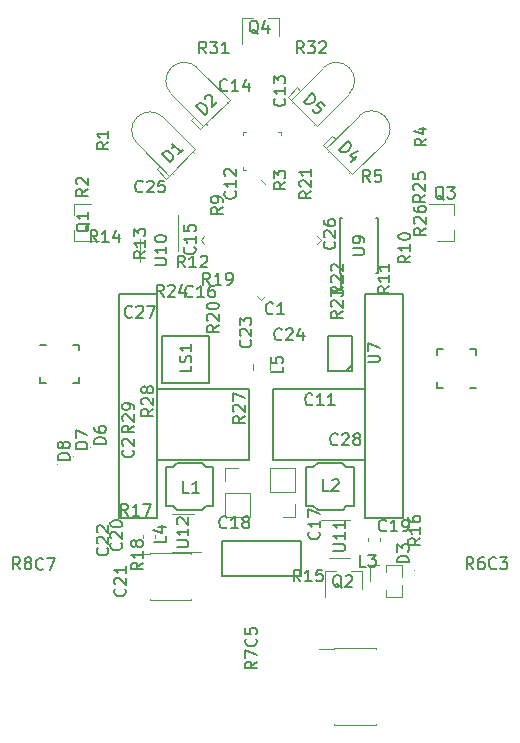
<source format=gto>
G04 #@! TF.GenerationSoftware,KiCad,Pcbnew,(5.0.1-3-g963ef8bb5)*
G04 #@! TF.CreationDate,2019-10-10T01:43:39+09:00*
G04 #@! TF.ProjectId,mouse_v2,6D6F7573655F76322E6B696361645F70,rev?*
G04 #@! TF.SameCoordinates,Original*
G04 #@! TF.FileFunction,Legend,Top*
G04 #@! TF.FilePolarity,Positive*
%FSLAX46Y46*%
G04 Gerber Fmt 4.6, Leading zero omitted, Abs format (unit mm)*
G04 Created by KiCad (PCBNEW (5.0.1-3-g963ef8bb5)) date 2019年10月10日 木曜日 01:43:39*
%MOMM*%
%LPD*%
G01*
G04 APERTURE LIST*
%ADD10C,0.200000*%
%ADD11C,0.100000*%
%ADD12C,0.150000*%
%ADD13C,0.120000*%
G04 APERTURE END LIST*
D10*
X150270000Y-114140000D02*
X142470000Y-114140000D01*
X150270000Y-120140000D02*
X150270000Y-114140000D01*
X142470000Y-120140000D02*
X150270000Y-120140000D01*
X152270000Y-114140000D02*
X160070000Y-114140000D01*
X152270000Y-120140000D02*
X152270000Y-114140000D01*
X160070000Y-120140000D02*
X152270000Y-120140000D01*
X163270000Y-125090000D02*
X163270000Y-106090000D01*
X160070000Y-125090000D02*
X163270000Y-125090000D01*
X160070000Y-106090000D02*
X160070000Y-125090000D01*
X163270000Y-106090000D02*
X160070000Y-106090000D01*
X142470000Y-106090000D02*
X139270000Y-106090000D01*
X142470000Y-125090000D02*
X142470000Y-106090000D01*
X139270000Y-125090000D02*
X142470000Y-125090000D01*
X139270000Y-106090000D02*
X139270000Y-125090000D01*
D11*
G04 #@! TO.C,D8*
X134090000Y-120525000D02*
G75*
G03X134090000Y-120525000I-50000J0D01*
G01*
D12*
G04 #@! TO.C,U7*
X158470000Y-112610000D02*
X158970000Y-112110000D01*
X156970000Y-112610000D02*
X158970000Y-112610000D01*
X158970000Y-112610000D02*
X158970000Y-109610000D01*
X158970000Y-109610000D02*
X156970000Y-109610000D01*
X156970000Y-109610000D02*
X156970000Y-112610000D01*
G04 #@! TO.C,*
X147990000Y-127040000D02*
X147990000Y-129940000D01*
X147990000Y-129940000D02*
X154690000Y-129940000D01*
X154690000Y-129940000D02*
X154690000Y-127040000D01*
X154690000Y-127040000D02*
X147990000Y-127040000D01*
D13*
X156039435Y-101174124D02*
X156375311Y-101510000D01*
X156375311Y-101510000D02*
X156039435Y-101845876D01*
X146500565Y-101845876D02*
X146164689Y-101510000D01*
X146164689Y-101510000D02*
X146500565Y-101174124D01*
X150934124Y-106279435D02*
X151270000Y-106615311D01*
X151270000Y-106615311D02*
X151605876Y-106279435D01*
X151605876Y-96740565D02*
X151270000Y-96404689D01*
G04 #@! TO.C,D1*
X143810273Y-95942376D02*
X143810273Y-95942376D01*
X143718350Y-95850452D02*
X143810273Y-95942376D01*
X143718350Y-95850452D02*
X143718350Y-95850452D01*
X143810273Y-95942376D02*
X143718350Y-95850452D01*
X145606325Y-94146325D02*
X145606325Y-94146325D01*
X145514401Y-94054401D02*
X145606325Y-94146325D01*
X145514401Y-94054401D02*
X145514401Y-94054401D01*
X145606325Y-94146325D02*
X145514401Y-94054401D01*
X143513289Y-96055513D02*
X143230446Y-96338356D01*
X142721329Y-95263553D02*
X143513289Y-96055513D01*
X142438486Y-95546396D02*
X142721329Y-95263553D01*
X143230446Y-96338356D02*
X142438486Y-95546396D01*
X145719462Y-93849340D02*
X143513289Y-96055513D01*
X143513289Y-96055513D02*
X140783856Y-93326081D01*
X145719462Y-93849340D02*
X142990030Y-91119908D01*
X140783856Y-93326080D02*
G75*
G02X142990030Y-91119908I1103087J1103086D01*
G01*
G04 #@! TO.C,D2*
X143683856Y-89126080D02*
G75*
G02X145890030Y-86919908I1103087J1103086D01*
G01*
X148619462Y-89649340D02*
X145890030Y-86919908D01*
X146413289Y-91855513D02*
X143683856Y-89126081D01*
X148619462Y-89649340D02*
X146413289Y-91855513D01*
X146130446Y-92138356D02*
X145338486Y-91346396D01*
X145338486Y-91346396D02*
X145621329Y-91063553D01*
X145621329Y-91063553D02*
X146413289Y-91855513D01*
X146413289Y-91855513D02*
X146130446Y-92138356D01*
X148506325Y-89946325D02*
X148414401Y-89854401D01*
X148414401Y-89854401D02*
X148414401Y-89854401D01*
X148414401Y-89854401D02*
X148506325Y-89946325D01*
X148506325Y-89946325D02*
X148506325Y-89946325D01*
X146710273Y-91742376D02*
X146618350Y-91650452D01*
X146618350Y-91650452D02*
X146618350Y-91650452D01*
X146618350Y-91650452D02*
X146710273Y-91742376D01*
X146710273Y-91742376D02*
X146710273Y-91742376D01*
D11*
G04 #@! TO.C,D3*
X164320000Y-129495000D02*
G75*
G03X164320000Y-129495000I-50000J0D01*
G01*
D13*
G04 #@! TO.C,D4*
X159553920Y-91023856D02*
G75*
G02X161760092Y-93230030I1103086J-1103087D01*
G01*
X159030660Y-95959462D02*
X161760092Y-93230030D01*
X156824487Y-93753289D02*
X159553919Y-91023856D01*
X159030660Y-95959462D02*
X156824487Y-93753289D01*
X156541644Y-93470446D02*
X157333604Y-92678486D01*
X157333604Y-92678486D02*
X157616447Y-92961329D01*
X157616447Y-92961329D02*
X156824487Y-93753289D01*
X156824487Y-93753289D02*
X156541644Y-93470446D01*
X158733675Y-95846325D02*
X158825599Y-95754401D01*
X158825599Y-95754401D02*
X158825599Y-95754401D01*
X158825599Y-95754401D02*
X158733675Y-95846325D01*
X158733675Y-95846325D02*
X158733675Y-95846325D01*
X156937624Y-94050273D02*
X157029548Y-93958350D01*
X157029548Y-93958350D02*
X157029548Y-93958350D01*
X157029548Y-93958350D02*
X156937624Y-94050273D01*
X156937624Y-94050273D02*
X156937624Y-94050273D01*
G04 #@! TO.C,D5*
X153937624Y-89950273D02*
X153937624Y-89950273D01*
X154029548Y-89858350D02*
X153937624Y-89950273D01*
X154029548Y-89858350D02*
X154029548Y-89858350D01*
X153937624Y-89950273D02*
X154029548Y-89858350D01*
X155733675Y-91746325D02*
X155733675Y-91746325D01*
X155825599Y-91654401D02*
X155733675Y-91746325D01*
X155825599Y-91654401D02*
X155825599Y-91654401D01*
X155733675Y-91746325D02*
X155825599Y-91654401D01*
X153824487Y-89653289D02*
X153541644Y-89370446D01*
X154616447Y-88861329D02*
X153824487Y-89653289D01*
X154333604Y-88578486D02*
X154616447Y-88861329D01*
X153541644Y-89370446D02*
X154333604Y-88578486D01*
X156030660Y-91859462D02*
X153824487Y-89653289D01*
X153824487Y-89653289D02*
X156553919Y-86923856D01*
X156030660Y-91859462D02*
X158760092Y-89130030D01*
X156553920Y-86923856D02*
G75*
G02X158760092Y-89130030I1103086J-1103087D01*
G01*
D11*
G04 #@! TO.C,D6*
X136850000Y-119115000D02*
G75*
G03X136850000Y-119115000I-50000J0D01*
G01*
G04 #@! TO.C,D7*
X135430000Y-119815000D02*
G75*
G03X135430000Y-119815000I-50000J0D01*
G01*
D13*
G04 #@! TO.C,*
X141855000Y-128045000D02*
X145385000Y-128045000D01*
X141855000Y-131975000D02*
X145385000Y-131975000D01*
X140530000Y-128110000D02*
X141855000Y-128110000D01*
X141855000Y-128045000D02*
X141855000Y-128110000D01*
X145385000Y-128045000D02*
X145385000Y-128110000D01*
X141855000Y-131910000D02*
X141855000Y-131975000D01*
X145385000Y-131910000D02*
X145385000Y-131975000D01*
X148240000Y-124968000D02*
X150360000Y-124968000D01*
X148240000Y-122908000D02*
X148240000Y-124968000D01*
X150360000Y-122908000D02*
X150360000Y-124968000D01*
X148240000Y-122908000D02*
X150360000Y-122908000D01*
X148240000Y-121908000D02*
X148240000Y-120848000D01*
X148240000Y-120848000D02*
X149300000Y-120848000D01*
X154170000Y-124936000D02*
X153110000Y-124936000D01*
X154170000Y-123876000D02*
X154170000Y-124936000D01*
X154170000Y-122876000D02*
X152050000Y-122876000D01*
X152050000Y-122876000D02*
X152050000Y-120816000D01*
X154170000Y-122876000D02*
X154170000Y-120816000D01*
X154170000Y-120816000D02*
X152050000Y-120816000D01*
X161905000Y-131720000D02*
X161905000Y-131150000D01*
X161905000Y-129630000D02*
X161905000Y-129060000D01*
X161905000Y-131720000D02*
X163235000Y-131720000D01*
X163235000Y-131720000D02*
X163235000Y-130697530D01*
X163235000Y-130082470D02*
X163235000Y-129060000D01*
X161905000Y-129060000D02*
X163235000Y-129060000D01*
X160510000Y-129060000D02*
X161270000Y-129060000D01*
X160510000Y-130390000D02*
X160510000Y-129060000D01*
X157505000Y-136075000D02*
X161035000Y-136075000D01*
X157505000Y-142545000D02*
X161035000Y-142545000D01*
X156180000Y-136140000D02*
X157505000Y-136140000D01*
X157505000Y-136075000D02*
X157505000Y-136140000D01*
X161035000Y-136075000D02*
X161035000Y-136140000D01*
X157505000Y-142480000D02*
X157505000Y-142545000D01*
X161035000Y-142480000D02*
X161035000Y-142545000D01*
G04 #@! TO.C,L3*
X160360000Y-127040279D02*
X160360000Y-126714721D01*
X161380000Y-127040279D02*
X161380000Y-126714721D01*
G04 #@! TO.C,L4*
X141260000Y-126459721D02*
X141260000Y-126785279D01*
X142280000Y-126459721D02*
X142280000Y-126785279D01*
G04 #@! TO.C,L5*
X152030000Y-112001422D02*
X152030000Y-112518578D01*
X150610000Y-112001422D02*
X150610000Y-112518578D01*
D12*
G04 #@! TO.C,LS1*
X142870000Y-113610000D02*
X146870000Y-113610000D01*
X146870000Y-113610000D02*
X146870000Y-109610000D01*
X146870000Y-109610000D02*
X142870000Y-109610000D01*
X142870000Y-109610000D02*
X142870000Y-113610000D01*
D13*
G04 #@! TO.C,Q1*
X135410000Y-98430000D02*
X136870000Y-98430000D01*
X135410000Y-101590000D02*
X137570000Y-101590000D01*
X135410000Y-101590000D02*
X135410000Y-100660000D01*
X135410000Y-98430000D02*
X135410000Y-99360000D01*
G04 #@! TO.C,Q2*
X159850000Y-129580000D02*
X158920000Y-129580000D01*
X156690000Y-129580000D02*
X157620000Y-129580000D01*
X156690000Y-129580000D02*
X156690000Y-131740000D01*
X159850000Y-129580000D02*
X159850000Y-131040000D01*
G04 #@! TO.C,Q3*
X167630000Y-101640000D02*
X167630000Y-100710000D01*
X167630000Y-98480000D02*
X167630000Y-99410000D01*
X167630000Y-98480000D02*
X165470000Y-98480000D01*
X167630000Y-101640000D02*
X166170000Y-101640000D01*
G04 #@! TO.C,Q4*
X152800000Y-82750000D02*
X152800000Y-84210000D01*
X149640000Y-82750000D02*
X149640000Y-84910000D01*
X149640000Y-82750000D02*
X150570000Y-82750000D01*
X152800000Y-82750000D02*
X151870000Y-82750000D01*
D12*
G04 #@! TO.C,*
X135860000Y-110365000D02*
X135860000Y-110865000D01*
X132610000Y-113615000D02*
X132610000Y-113115000D01*
X135860000Y-113615000D02*
X135860000Y-113115000D01*
X132610000Y-110365000D02*
X133110000Y-110365000D01*
X132610000Y-113615000D02*
X133110000Y-113615000D01*
X135860000Y-113615000D02*
X135360000Y-113615000D01*
X135860000Y-110365000D02*
X135360000Y-110365000D01*
X166215000Y-114005000D02*
X166715000Y-114005000D01*
X166215000Y-110755000D02*
X166715000Y-110755000D01*
X169465000Y-110755000D02*
X168965000Y-110755000D01*
X169465000Y-114005000D02*
X168965000Y-114005000D01*
X166215000Y-110755000D02*
X166215000Y-111255000D01*
X169465000Y-110755000D02*
X169465000Y-111255000D01*
X166215000Y-114005000D02*
X166215000Y-113505000D01*
D13*
X150010000Y-95620000D02*
X149760000Y-95620000D01*
X149760000Y-95620000D02*
X149760000Y-95370000D01*
X152730000Y-92400000D02*
X152980000Y-92400000D01*
X152980000Y-92400000D02*
X152980000Y-92650000D01*
X150010000Y-92400000D02*
X149760000Y-92400000D01*
X149760000Y-92400000D02*
X149760000Y-92650000D01*
X152730000Y-95620000D02*
X152980000Y-95620000D01*
G04 #@! TO.C,U10*
X141025000Y-103410000D02*
X141025000Y-101410000D01*
X144265000Y-102410000D02*
X144265000Y-99410000D01*
G04 #@! TO.C,U11*
X158820000Y-125230000D02*
X156370000Y-125230000D01*
X157020000Y-128450000D02*
X158820000Y-128450000D01*
G04 #@! TO.C,U12*
X145570000Y-124700000D02*
X143770000Y-124700000D01*
X143770000Y-127920000D02*
X146220000Y-127920000D01*
D12*
G04 #@! TO.C,L1*
X147260000Y-124060000D02*
X147260000Y-120760000D01*
X147260000Y-120760000D02*
X146660000Y-120760000D01*
X146660000Y-120760000D02*
X146310000Y-120410000D01*
X146310000Y-120410000D02*
X144160000Y-120410000D01*
X144160000Y-120410000D02*
X143860000Y-120760000D01*
X143860000Y-120760000D02*
X143260000Y-120760000D01*
X143260000Y-120760000D02*
X143260000Y-124060000D01*
X143260000Y-124060000D02*
X143860000Y-124060000D01*
X143860000Y-124060000D02*
X144210000Y-124410000D01*
X144210000Y-124410000D02*
X146310000Y-124410000D01*
X146310000Y-124410000D02*
X146660000Y-124060000D01*
X146660000Y-124060000D02*
X147260000Y-124060000D01*
G04 #@! TO.C,L2*
X155720000Y-120710000D02*
X155120000Y-120710000D01*
X156070000Y-120360000D02*
X155720000Y-120710000D01*
X158170000Y-120360000D02*
X156070000Y-120360000D01*
X158520000Y-120710000D02*
X158170000Y-120360000D01*
X159120000Y-120710000D02*
X158520000Y-120710000D01*
X159120000Y-124010000D02*
X159120000Y-120710000D01*
X158520000Y-124010000D02*
X159120000Y-124010000D01*
X158220000Y-124360000D02*
X158520000Y-124010000D01*
X156070000Y-124360000D02*
X158220000Y-124360000D01*
X155720000Y-124010000D02*
X156070000Y-124360000D01*
X155120000Y-124010000D02*
X155720000Y-124010000D01*
X155120000Y-120710000D02*
X155120000Y-124010000D01*
G04 #@! TO.C,U9*
X157945000Y-104335000D02*
X158045000Y-104335000D01*
X157945000Y-99685000D02*
X158145000Y-99685000D01*
X161195000Y-99685000D02*
X160995000Y-99685000D01*
X161195000Y-104335000D02*
X160995000Y-104335000D01*
X157945000Y-104335000D02*
X157945000Y-99685000D01*
X161195000Y-104335000D02*
X161195000Y-99685000D01*
X158045000Y-104335000D02*
X158045000Y-105685000D01*
G04 #@! TO.C,R14*
X137427142Y-101692380D02*
X137093809Y-101216190D01*
X136855714Y-101692380D02*
X136855714Y-100692380D01*
X137236666Y-100692380D01*
X137331904Y-100740000D01*
X137379523Y-100787619D01*
X137427142Y-100882857D01*
X137427142Y-101025714D01*
X137379523Y-101120952D01*
X137331904Y-101168571D01*
X137236666Y-101216190D01*
X136855714Y-101216190D01*
X138379523Y-101692380D02*
X137808095Y-101692380D01*
X138093809Y-101692380D02*
X138093809Y-100692380D01*
X137998571Y-100835238D01*
X137903333Y-100930476D01*
X137808095Y-100978095D01*
X139236666Y-101025714D02*
X139236666Y-101692380D01*
X138998571Y-100644761D02*
X138760476Y-101359047D01*
X139379523Y-101359047D01*
G04 #@! TO.C,D8*
X135082380Y-120108095D02*
X134082380Y-120108095D01*
X134082380Y-119870000D01*
X134130000Y-119727142D01*
X134225238Y-119631904D01*
X134320476Y-119584285D01*
X134510952Y-119536666D01*
X134653809Y-119536666D01*
X134844285Y-119584285D01*
X134939523Y-119631904D01*
X135034761Y-119727142D01*
X135082380Y-119870000D01*
X135082380Y-120108095D01*
X134510952Y-118965238D02*
X134463333Y-119060476D01*
X134415714Y-119108095D01*
X134320476Y-119155714D01*
X134272857Y-119155714D01*
X134177619Y-119108095D01*
X134130000Y-119060476D01*
X134082380Y-118965238D01*
X134082380Y-118774761D01*
X134130000Y-118679523D01*
X134177619Y-118631904D01*
X134272857Y-118584285D01*
X134320476Y-118584285D01*
X134415714Y-118631904D01*
X134463333Y-118679523D01*
X134510952Y-118774761D01*
X134510952Y-118965238D01*
X134558571Y-119060476D01*
X134606190Y-119108095D01*
X134701428Y-119155714D01*
X134891904Y-119155714D01*
X134987142Y-119108095D01*
X135034761Y-119060476D01*
X135082380Y-118965238D01*
X135082380Y-118774761D01*
X135034761Y-118679523D01*
X134987142Y-118631904D01*
X134891904Y-118584285D01*
X134701428Y-118584285D01*
X134606190Y-118631904D01*
X134558571Y-118679523D01*
X134510952Y-118774761D01*
G04 #@! TO.C,U7*
X160322380Y-111871904D02*
X161131904Y-111871904D01*
X161227142Y-111824285D01*
X161274761Y-111776666D01*
X161322380Y-111681428D01*
X161322380Y-111490952D01*
X161274761Y-111395714D01*
X161227142Y-111348095D01*
X161131904Y-111300476D01*
X160322380Y-111300476D01*
X160322380Y-110919523D02*
X160322380Y-110252857D01*
X161322380Y-110681428D01*
G04 #@! TO.C,*
G04 #@! TO.C,C1*
X152293333Y-107707142D02*
X152245714Y-107754761D01*
X152102857Y-107802380D01*
X152007619Y-107802380D01*
X151864761Y-107754761D01*
X151769523Y-107659523D01*
X151721904Y-107564285D01*
X151674285Y-107373809D01*
X151674285Y-107230952D01*
X151721904Y-107040476D01*
X151769523Y-106945238D01*
X151864761Y-106850000D01*
X152007619Y-106802380D01*
X152102857Y-106802380D01*
X152245714Y-106850000D01*
X152293333Y-106897619D01*
X153245714Y-107802380D02*
X152674285Y-107802380D01*
X152960000Y-107802380D02*
X152960000Y-106802380D01*
X152864761Y-106945238D01*
X152769523Y-107040476D01*
X152674285Y-107088095D01*
G04 #@! TO.C,C2*
X140417142Y-119311666D02*
X140464761Y-119359285D01*
X140512380Y-119502142D01*
X140512380Y-119597380D01*
X140464761Y-119740238D01*
X140369523Y-119835476D01*
X140274285Y-119883095D01*
X140083809Y-119930714D01*
X139940952Y-119930714D01*
X139750476Y-119883095D01*
X139655238Y-119835476D01*
X139560000Y-119740238D01*
X139512380Y-119597380D01*
X139512380Y-119502142D01*
X139560000Y-119359285D01*
X139607619Y-119311666D01*
X139607619Y-118930714D02*
X139560000Y-118883095D01*
X139512380Y-118787857D01*
X139512380Y-118549761D01*
X139560000Y-118454523D01*
X139607619Y-118406904D01*
X139702857Y-118359285D01*
X139798095Y-118359285D01*
X139940952Y-118406904D01*
X140512380Y-118978333D01*
X140512380Y-118359285D01*
G04 #@! TO.C,C3*
X171188333Y-129287142D02*
X171140714Y-129334761D01*
X170997857Y-129382380D01*
X170902619Y-129382380D01*
X170759761Y-129334761D01*
X170664523Y-129239523D01*
X170616904Y-129144285D01*
X170569285Y-128953809D01*
X170569285Y-128810952D01*
X170616904Y-128620476D01*
X170664523Y-128525238D01*
X170759761Y-128430000D01*
X170902619Y-128382380D01*
X170997857Y-128382380D01*
X171140714Y-128430000D01*
X171188333Y-128477619D01*
X171521666Y-128382380D02*
X172140714Y-128382380D01*
X171807380Y-128763333D01*
X171950238Y-128763333D01*
X172045476Y-128810952D01*
X172093095Y-128858571D01*
X172140714Y-128953809D01*
X172140714Y-129191904D01*
X172093095Y-129287142D01*
X172045476Y-129334761D01*
X171950238Y-129382380D01*
X171664523Y-129382380D01*
X171569285Y-129334761D01*
X171521666Y-129287142D01*
G04 #@! TO.C,C5*
X150847142Y-135291666D02*
X150894761Y-135339285D01*
X150942380Y-135482142D01*
X150942380Y-135577380D01*
X150894761Y-135720238D01*
X150799523Y-135815476D01*
X150704285Y-135863095D01*
X150513809Y-135910714D01*
X150370952Y-135910714D01*
X150180476Y-135863095D01*
X150085238Y-135815476D01*
X149990000Y-135720238D01*
X149942380Y-135577380D01*
X149942380Y-135482142D01*
X149990000Y-135339285D01*
X150037619Y-135291666D01*
X149942380Y-134386904D02*
X149942380Y-134863095D01*
X150418571Y-134910714D01*
X150370952Y-134863095D01*
X150323333Y-134767857D01*
X150323333Y-134529761D01*
X150370952Y-134434523D01*
X150418571Y-134386904D01*
X150513809Y-134339285D01*
X150751904Y-134339285D01*
X150847142Y-134386904D01*
X150894761Y-134434523D01*
X150942380Y-134529761D01*
X150942380Y-134767857D01*
X150894761Y-134863095D01*
X150847142Y-134910714D01*
G04 #@! TO.C,C7*
X132823333Y-129347142D02*
X132775714Y-129394761D01*
X132632857Y-129442380D01*
X132537619Y-129442380D01*
X132394761Y-129394761D01*
X132299523Y-129299523D01*
X132251904Y-129204285D01*
X132204285Y-129013809D01*
X132204285Y-128870952D01*
X132251904Y-128680476D01*
X132299523Y-128585238D01*
X132394761Y-128490000D01*
X132537619Y-128442380D01*
X132632857Y-128442380D01*
X132775714Y-128490000D01*
X132823333Y-128537619D01*
X133156666Y-128442380D02*
X133823333Y-128442380D01*
X133394761Y-129442380D01*
G04 #@! TO.C,C11*
X155627142Y-115417142D02*
X155579523Y-115464761D01*
X155436666Y-115512380D01*
X155341428Y-115512380D01*
X155198571Y-115464761D01*
X155103333Y-115369523D01*
X155055714Y-115274285D01*
X155008095Y-115083809D01*
X155008095Y-114940952D01*
X155055714Y-114750476D01*
X155103333Y-114655238D01*
X155198571Y-114560000D01*
X155341428Y-114512380D01*
X155436666Y-114512380D01*
X155579523Y-114560000D01*
X155627142Y-114607619D01*
X156579523Y-115512380D02*
X156008095Y-115512380D01*
X156293809Y-115512380D02*
X156293809Y-114512380D01*
X156198571Y-114655238D01*
X156103333Y-114750476D01*
X156008095Y-114798095D01*
X157531904Y-115512380D02*
X156960476Y-115512380D01*
X157246190Y-115512380D02*
X157246190Y-114512380D01*
X157150952Y-114655238D01*
X157055714Y-114750476D01*
X156960476Y-114798095D01*
G04 #@! TO.C,C12*
X149087142Y-97402857D02*
X149134761Y-97450476D01*
X149182380Y-97593333D01*
X149182380Y-97688571D01*
X149134761Y-97831428D01*
X149039523Y-97926666D01*
X148944285Y-97974285D01*
X148753809Y-98021904D01*
X148610952Y-98021904D01*
X148420476Y-97974285D01*
X148325238Y-97926666D01*
X148230000Y-97831428D01*
X148182380Y-97688571D01*
X148182380Y-97593333D01*
X148230000Y-97450476D01*
X148277619Y-97402857D01*
X149182380Y-96450476D02*
X149182380Y-97021904D01*
X149182380Y-96736190D02*
X148182380Y-96736190D01*
X148325238Y-96831428D01*
X148420476Y-96926666D01*
X148468095Y-97021904D01*
X148277619Y-96069523D02*
X148230000Y-96021904D01*
X148182380Y-95926666D01*
X148182380Y-95688571D01*
X148230000Y-95593333D01*
X148277619Y-95545714D01*
X148372857Y-95498095D01*
X148468095Y-95498095D01*
X148610952Y-95545714D01*
X149182380Y-96117142D01*
X149182380Y-95498095D01*
G04 #@! TO.C,C13*
X153257142Y-89542857D02*
X153304761Y-89590476D01*
X153352380Y-89733333D01*
X153352380Y-89828571D01*
X153304761Y-89971428D01*
X153209523Y-90066666D01*
X153114285Y-90114285D01*
X152923809Y-90161904D01*
X152780952Y-90161904D01*
X152590476Y-90114285D01*
X152495238Y-90066666D01*
X152400000Y-89971428D01*
X152352380Y-89828571D01*
X152352380Y-89733333D01*
X152400000Y-89590476D01*
X152447619Y-89542857D01*
X153352380Y-88590476D02*
X153352380Y-89161904D01*
X153352380Y-88876190D02*
X152352380Y-88876190D01*
X152495238Y-88971428D01*
X152590476Y-89066666D01*
X152638095Y-89161904D01*
X152352380Y-88257142D02*
X152352380Y-87638095D01*
X152733333Y-87971428D01*
X152733333Y-87828571D01*
X152780952Y-87733333D01*
X152828571Y-87685714D01*
X152923809Y-87638095D01*
X153161904Y-87638095D01*
X153257142Y-87685714D01*
X153304761Y-87733333D01*
X153352380Y-87828571D01*
X153352380Y-88114285D01*
X153304761Y-88209523D01*
X153257142Y-88257142D01*
G04 #@! TO.C,C14*
X148417142Y-88817142D02*
X148369523Y-88864761D01*
X148226666Y-88912380D01*
X148131428Y-88912380D01*
X147988571Y-88864761D01*
X147893333Y-88769523D01*
X147845714Y-88674285D01*
X147798095Y-88483809D01*
X147798095Y-88340952D01*
X147845714Y-88150476D01*
X147893333Y-88055238D01*
X147988571Y-87960000D01*
X148131428Y-87912380D01*
X148226666Y-87912380D01*
X148369523Y-87960000D01*
X148417142Y-88007619D01*
X149369523Y-88912380D02*
X148798095Y-88912380D01*
X149083809Y-88912380D02*
X149083809Y-87912380D01*
X148988571Y-88055238D01*
X148893333Y-88150476D01*
X148798095Y-88198095D01*
X150226666Y-88245714D02*
X150226666Y-88912380D01*
X149988571Y-87864761D02*
X149750476Y-88579047D01*
X150369523Y-88579047D01*
G04 #@! TO.C,C15*
X145647142Y-102112857D02*
X145694761Y-102160476D01*
X145742380Y-102303333D01*
X145742380Y-102398571D01*
X145694761Y-102541428D01*
X145599523Y-102636666D01*
X145504285Y-102684285D01*
X145313809Y-102731904D01*
X145170952Y-102731904D01*
X144980476Y-102684285D01*
X144885238Y-102636666D01*
X144790000Y-102541428D01*
X144742380Y-102398571D01*
X144742380Y-102303333D01*
X144790000Y-102160476D01*
X144837619Y-102112857D01*
X145742380Y-101160476D02*
X145742380Y-101731904D01*
X145742380Y-101446190D02*
X144742380Y-101446190D01*
X144885238Y-101541428D01*
X144980476Y-101636666D01*
X145028095Y-101731904D01*
X144742380Y-100255714D02*
X144742380Y-100731904D01*
X145218571Y-100779523D01*
X145170952Y-100731904D01*
X145123333Y-100636666D01*
X145123333Y-100398571D01*
X145170952Y-100303333D01*
X145218571Y-100255714D01*
X145313809Y-100208095D01*
X145551904Y-100208095D01*
X145647142Y-100255714D01*
X145694761Y-100303333D01*
X145742380Y-100398571D01*
X145742380Y-100636666D01*
X145694761Y-100731904D01*
X145647142Y-100779523D01*
G04 #@! TO.C,C16*
X145497142Y-106287142D02*
X145449523Y-106334761D01*
X145306666Y-106382380D01*
X145211428Y-106382380D01*
X145068571Y-106334761D01*
X144973333Y-106239523D01*
X144925714Y-106144285D01*
X144878095Y-105953809D01*
X144878095Y-105810952D01*
X144925714Y-105620476D01*
X144973333Y-105525238D01*
X145068571Y-105430000D01*
X145211428Y-105382380D01*
X145306666Y-105382380D01*
X145449523Y-105430000D01*
X145497142Y-105477619D01*
X146449523Y-106382380D02*
X145878095Y-106382380D01*
X146163809Y-106382380D02*
X146163809Y-105382380D01*
X146068571Y-105525238D01*
X145973333Y-105620476D01*
X145878095Y-105668095D01*
X147306666Y-105382380D02*
X147116190Y-105382380D01*
X147020952Y-105430000D01*
X146973333Y-105477619D01*
X146878095Y-105620476D01*
X146830476Y-105810952D01*
X146830476Y-106191904D01*
X146878095Y-106287142D01*
X146925714Y-106334761D01*
X147020952Y-106382380D01*
X147211428Y-106382380D01*
X147306666Y-106334761D01*
X147354285Y-106287142D01*
X147401904Y-106191904D01*
X147401904Y-105953809D01*
X147354285Y-105858571D01*
X147306666Y-105810952D01*
X147211428Y-105763333D01*
X147020952Y-105763333D01*
X146925714Y-105810952D01*
X146878095Y-105858571D01*
X146830476Y-105953809D01*
G04 #@! TO.C,C17*
X156187142Y-126232857D02*
X156234761Y-126280476D01*
X156282380Y-126423333D01*
X156282380Y-126518571D01*
X156234761Y-126661428D01*
X156139523Y-126756666D01*
X156044285Y-126804285D01*
X155853809Y-126851904D01*
X155710952Y-126851904D01*
X155520476Y-126804285D01*
X155425238Y-126756666D01*
X155330000Y-126661428D01*
X155282380Y-126518571D01*
X155282380Y-126423333D01*
X155330000Y-126280476D01*
X155377619Y-126232857D01*
X156282380Y-125280476D02*
X156282380Y-125851904D01*
X156282380Y-125566190D02*
X155282380Y-125566190D01*
X155425238Y-125661428D01*
X155520476Y-125756666D01*
X155568095Y-125851904D01*
X155282380Y-124947142D02*
X155282380Y-124280476D01*
X156282380Y-124709047D01*
G04 #@! TO.C,C18*
X148377142Y-125827142D02*
X148329523Y-125874761D01*
X148186666Y-125922380D01*
X148091428Y-125922380D01*
X147948571Y-125874761D01*
X147853333Y-125779523D01*
X147805714Y-125684285D01*
X147758095Y-125493809D01*
X147758095Y-125350952D01*
X147805714Y-125160476D01*
X147853333Y-125065238D01*
X147948571Y-124970000D01*
X148091428Y-124922380D01*
X148186666Y-124922380D01*
X148329523Y-124970000D01*
X148377142Y-125017619D01*
X149329523Y-125922380D02*
X148758095Y-125922380D01*
X149043809Y-125922380D02*
X149043809Y-124922380D01*
X148948571Y-125065238D01*
X148853333Y-125160476D01*
X148758095Y-125208095D01*
X149900952Y-125350952D02*
X149805714Y-125303333D01*
X149758095Y-125255714D01*
X149710476Y-125160476D01*
X149710476Y-125112857D01*
X149758095Y-125017619D01*
X149805714Y-124970000D01*
X149900952Y-124922380D01*
X150091428Y-124922380D01*
X150186666Y-124970000D01*
X150234285Y-125017619D01*
X150281904Y-125112857D01*
X150281904Y-125160476D01*
X150234285Y-125255714D01*
X150186666Y-125303333D01*
X150091428Y-125350952D01*
X149900952Y-125350952D01*
X149805714Y-125398571D01*
X149758095Y-125446190D01*
X149710476Y-125541428D01*
X149710476Y-125731904D01*
X149758095Y-125827142D01*
X149805714Y-125874761D01*
X149900952Y-125922380D01*
X150091428Y-125922380D01*
X150186666Y-125874761D01*
X150234285Y-125827142D01*
X150281904Y-125731904D01*
X150281904Y-125541428D01*
X150234285Y-125446190D01*
X150186666Y-125398571D01*
X150091428Y-125350952D01*
G04 #@! TO.C,C19*
X161887142Y-126087142D02*
X161839523Y-126134761D01*
X161696666Y-126182380D01*
X161601428Y-126182380D01*
X161458571Y-126134761D01*
X161363333Y-126039523D01*
X161315714Y-125944285D01*
X161268095Y-125753809D01*
X161268095Y-125610952D01*
X161315714Y-125420476D01*
X161363333Y-125325238D01*
X161458571Y-125230000D01*
X161601428Y-125182380D01*
X161696666Y-125182380D01*
X161839523Y-125230000D01*
X161887142Y-125277619D01*
X162839523Y-126182380D02*
X162268095Y-126182380D01*
X162553809Y-126182380D02*
X162553809Y-125182380D01*
X162458571Y-125325238D01*
X162363333Y-125420476D01*
X162268095Y-125468095D01*
X163315714Y-126182380D02*
X163506190Y-126182380D01*
X163601428Y-126134761D01*
X163649047Y-126087142D01*
X163744285Y-125944285D01*
X163791904Y-125753809D01*
X163791904Y-125372857D01*
X163744285Y-125277619D01*
X163696666Y-125230000D01*
X163601428Y-125182380D01*
X163410952Y-125182380D01*
X163315714Y-125230000D01*
X163268095Y-125277619D01*
X163220476Y-125372857D01*
X163220476Y-125610952D01*
X163268095Y-125706190D01*
X163315714Y-125753809D01*
X163410952Y-125801428D01*
X163601428Y-125801428D01*
X163696666Y-125753809D01*
X163744285Y-125706190D01*
X163791904Y-125610952D01*
G04 #@! TO.C,C20*
X139435142Y-127164857D02*
X139482761Y-127212476D01*
X139530380Y-127355333D01*
X139530380Y-127450571D01*
X139482761Y-127593428D01*
X139387523Y-127688666D01*
X139292285Y-127736285D01*
X139101809Y-127783904D01*
X138958952Y-127783904D01*
X138768476Y-127736285D01*
X138673238Y-127688666D01*
X138578000Y-127593428D01*
X138530380Y-127450571D01*
X138530380Y-127355333D01*
X138578000Y-127212476D01*
X138625619Y-127164857D01*
X138625619Y-126783904D02*
X138578000Y-126736285D01*
X138530380Y-126641047D01*
X138530380Y-126402952D01*
X138578000Y-126307714D01*
X138625619Y-126260095D01*
X138720857Y-126212476D01*
X138816095Y-126212476D01*
X138958952Y-126260095D01*
X139530380Y-126831523D01*
X139530380Y-126212476D01*
X138530380Y-125593428D02*
X138530380Y-125498190D01*
X138578000Y-125402952D01*
X138625619Y-125355333D01*
X138720857Y-125307714D01*
X138911333Y-125260095D01*
X139149428Y-125260095D01*
X139339904Y-125307714D01*
X139435142Y-125355333D01*
X139482761Y-125402952D01*
X139530380Y-125498190D01*
X139530380Y-125593428D01*
X139482761Y-125688666D01*
X139435142Y-125736285D01*
X139339904Y-125783904D01*
X139149428Y-125831523D01*
X138911333Y-125831523D01*
X138720857Y-125783904D01*
X138625619Y-125736285D01*
X138578000Y-125688666D01*
X138530380Y-125593428D01*
G04 #@! TO.C,C21*
X139757142Y-131052857D02*
X139804761Y-131100476D01*
X139852380Y-131243333D01*
X139852380Y-131338571D01*
X139804761Y-131481428D01*
X139709523Y-131576666D01*
X139614285Y-131624285D01*
X139423809Y-131671904D01*
X139280952Y-131671904D01*
X139090476Y-131624285D01*
X138995238Y-131576666D01*
X138900000Y-131481428D01*
X138852380Y-131338571D01*
X138852380Y-131243333D01*
X138900000Y-131100476D01*
X138947619Y-131052857D01*
X138947619Y-130671904D02*
X138900000Y-130624285D01*
X138852380Y-130529047D01*
X138852380Y-130290952D01*
X138900000Y-130195714D01*
X138947619Y-130148095D01*
X139042857Y-130100476D01*
X139138095Y-130100476D01*
X139280952Y-130148095D01*
X139852380Y-130719523D01*
X139852380Y-130100476D01*
X139852380Y-129148095D02*
X139852380Y-129719523D01*
X139852380Y-129433809D02*
X138852380Y-129433809D01*
X138995238Y-129529047D01*
X139090476Y-129624285D01*
X139138095Y-129719523D01*
G04 #@! TO.C,C22*
X138277142Y-127582857D02*
X138324761Y-127630476D01*
X138372380Y-127773333D01*
X138372380Y-127868571D01*
X138324761Y-128011428D01*
X138229523Y-128106666D01*
X138134285Y-128154285D01*
X137943809Y-128201904D01*
X137800952Y-128201904D01*
X137610476Y-128154285D01*
X137515238Y-128106666D01*
X137420000Y-128011428D01*
X137372380Y-127868571D01*
X137372380Y-127773333D01*
X137420000Y-127630476D01*
X137467619Y-127582857D01*
X137467619Y-127201904D02*
X137420000Y-127154285D01*
X137372380Y-127059047D01*
X137372380Y-126820952D01*
X137420000Y-126725714D01*
X137467619Y-126678095D01*
X137562857Y-126630476D01*
X137658095Y-126630476D01*
X137800952Y-126678095D01*
X138372380Y-127249523D01*
X138372380Y-126630476D01*
X137467619Y-126249523D02*
X137420000Y-126201904D01*
X137372380Y-126106666D01*
X137372380Y-125868571D01*
X137420000Y-125773333D01*
X137467619Y-125725714D01*
X137562857Y-125678095D01*
X137658095Y-125678095D01*
X137800952Y-125725714D01*
X138372380Y-126297142D01*
X138372380Y-125678095D01*
G04 #@! TO.C,C23*
X150377142Y-109982857D02*
X150424761Y-110030476D01*
X150472380Y-110173333D01*
X150472380Y-110268571D01*
X150424761Y-110411428D01*
X150329523Y-110506666D01*
X150234285Y-110554285D01*
X150043809Y-110601904D01*
X149900952Y-110601904D01*
X149710476Y-110554285D01*
X149615238Y-110506666D01*
X149520000Y-110411428D01*
X149472380Y-110268571D01*
X149472380Y-110173333D01*
X149520000Y-110030476D01*
X149567619Y-109982857D01*
X149567619Y-109601904D02*
X149520000Y-109554285D01*
X149472380Y-109459047D01*
X149472380Y-109220952D01*
X149520000Y-109125714D01*
X149567619Y-109078095D01*
X149662857Y-109030476D01*
X149758095Y-109030476D01*
X149900952Y-109078095D01*
X150472380Y-109649523D01*
X150472380Y-109030476D01*
X149472380Y-108697142D02*
X149472380Y-108078095D01*
X149853333Y-108411428D01*
X149853333Y-108268571D01*
X149900952Y-108173333D01*
X149948571Y-108125714D01*
X150043809Y-108078095D01*
X150281904Y-108078095D01*
X150377142Y-108125714D01*
X150424761Y-108173333D01*
X150472380Y-108268571D01*
X150472380Y-108554285D01*
X150424761Y-108649523D01*
X150377142Y-108697142D01*
G04 #@! TO.C,C24*
X153027142Y-109907142D02*
X152979523Y-109954761D01*
X152836666Y-110002380D01*
X152741428Y-110002380D01*
X152598571Y-109954761D01*
X152503333Y-109859523D01*
X152455714Y-109764285D01*
X152408095Y-109573809D01*
X152408095Y-109430952D01*
X152455714Y-109240476D01*
X152503333Y-109145238D01*
X152598571Y-109050000D01*
X152741428Y-109002380D01*
X152836666Y-109002380D01*
X152979523Y-109050000D01*
X153027142Y-109097619D01*
X153408095Y-109097619D02*
X153455714Y-109050000D01*
X153550952Y-109002380D01*
X153789047Y-109002380D01*
X153884285Y-109050000D01*
X153931904Y-109097619D01*
X153979523Y-109192857D01*
X153979523Y-109288095D01*
X153931904Y-109430952D01*
X153360476Y-110002380D01*
X153979523Y-110002380D01*
X154836666Y-109335714D02*
X154836666Y-110002380D01*
X154598571Y-108954761D02*
X154360476Y-109669047D01*
X154979523Y-109669047D01*
G04 #@! TO.C,C25*
X141257142Y-97397142D02*
X141209523Y-97444761D01*
X141066666Y-97492380D01*
X140971428Y-97492380D01*
X140828571Y-97444761D01*
X140733333Y-97349523D01*
X140685714Y-97254285D01*
X140638095Y-97063809D01*
X140638095Y-96920952D01*
X140685714Y-96730476D01*
X140733333Y-96635238D01*
X140828571Y-96540000D01*
X140971428Y-96492380D01*
X141066666Y-96492380D01*
X141209523Y-96540000D01*
X141257142Y-96587619D01*
X141638095Y-96587619D02*
X141685714Y-96540000D01*
X141780952Y-96492380D01*
X142019047Y-96492380D01*
X142114285Y-96540000D01*
X142161904Y-96587619D01*
X142209523Y-96682857D01*
X142209523Y-96778095D01*
X142161904Y-96920952D01*
X141590476Y-97492380D01*
X142209523Y-97492380D01*
X143114285Y-96492380D02*
X142638095Y-96492380D01*
X142590476Y-96968571D01*
X142638095Y-96920952D01*
X142733333Y-96873333D01*
X142971428Y-96873333D01*
X143066666Y-96920952D01*
X143114285Y-96968571D01*
X143161904Y-97063809D01*
X143161904Y-97301904D01*
X143114285Y-97397142D01*
X143066666Y-97444761D01*
X142971428Y-97492380D01*
X142733333Y-97492380D01*
X142638095Y-97444761D01*
X142590476Y-97397142D01*
G04 #@! TO.C,C26*
X157487142Y-101652857D02*
X157534761Y-101700476D01*
X157582380Y-101843333D01*
X157582380Y-101938571D01*
X157534761Y-102081428D01*
X157439523Y-102176666D01*
X157344285Y-102224285D01*
X157153809Y-102271904D01*
X157010952Y-102271904D01*
X156820476Y-102224285D01*
X156725238Y-102176666D01*
X156630000Y-102081428D01*
X156582380Y-101938571D01*
X156582380Y-101843333D01*
X156630000Y-101700476D01*
X156677619Y-101652857D01*
X156677619Y-101271904D02*
X156630000Y-101224285D01*
X156582380Y-101129047D01*
X156582380Y-100890952D01*
X156630000Y-100795714D01*
X156677619Y-100748095D01*
X156772857Y-100700476D01*
X156868095Y-100700476D01*
X157010952Y-100748095D01*
X157582380Y-101319523D01*
X157582380Y-100700476D01*
X156582380Y-99843333D02*
X156582380Y-100033809D01*
X156630000Y-100129047D01*
X156677619Y-100176666D01*
X156820476Y-100271904D01*
X157010952Y-100319523D01*
X157391904Y-100319523D01*
X157487142Y-100271904D01*
X157534761Y-100224285D01*
X157582380Y-100129047D01*
X157582380Y-99938571D01*
X157534761Y-99843333D01*
X157487142Y-99795714D01*
X157391904Y-99748095D01*
X157153809Y-99748095D01*
X157058571Y-99795714D01*
X157010952Y-99843333D01*
X156963333Y-99938571D01*
X156963333Y-100129047D01*
X157010952Y-100224285D01*
X157058571Y-100271904D01*
X157153809Y-100319523D01*
G04 #@! TO.C,C27*
X140347142Y-107997142D02*
X140299523Y-108044761D01*
X140156666Y-108092380D01*
X140061428Y-108092380D01*
X139918571Y-108044761D01*
X139823333Y-107949523D01*
X139775714Y-107854285D01*
X139728095Y-107663809D01*
X139728095Y-107520952D01*
X139775714Y-107330476D01*
X139823333Y-107235238D01*
X139918571Y-107140000D01*
X140061428Y-107092380D01*
X140156666Y-107092380D01*
X140299523Y-107140000D01*
X140347142Y-107187619D01*
X140728095Y-107187619D02*
X140775714Y-107140000D01*
X140870952Y-107092380D01*
X141109047Y-107092380D01*
X141204285Y-107140000D01*
X141251904Y-107187619D01*
X141299523Y-107282857D01*
X141299523Y-107378095D01*
X141251904Y-107520952D01*
X140680476Y-108092380D01*
X141299523Y-108092380D01*
X141632857Y-107092380D02*
X142299523Y-107092380D01*
X141870952Y-108092380D01*
G04 #@! TO.C,C28*
X157777142Y-118797142D02*
X157729523Y-118844761D01*
X157586666Y-118892380D01*
X157491428Y-118892380D01*
X157348571Y-118844761D01*
X157253333Y-118749523D01*
X157205714Y-118654285D01*
X157158095Y-118463809D01*
X157158095Y-118320952D01*
X157205714Y-118130476D01*
X157253333Y-118035238D01*
X157348571Y-117940000D01*
X157491428Y-117892380D01*
X157586666Y-117892380D01*
X157729523Y-117940000D01*
X157777142Y-117987619D01*
X158158095Y-117987619D02*
X158205714Y-117940000D01*
X158300952Y-117892380D01*
X158539047Y-117892380D01*
X158634285Y-117940000D01*
X158681904Y-117987619D01*
X158729523Y-118082857D01*
X158729523Y-118178095D01*
X158681904Y-118320952D01*
X158110476Y-118892380D01*
X158729523Y-118892380D01*
X159300952Y-118320952D02*
X159205714Y-118273333D01*
X159158095Y-118225714D01*
X159110476Y-118130476D01*
X159110476Y-118082857D01*
X159158095Y-117987619D01*
X159205714Y-117940000D01*
X159300952Y-117892380D01*
X159491428Y-117892380D01*
X159586666Y-117940000D01*
X159634285Y-117987619D01*
X159681904Y-118082857D01*
X159681904Y-118130476D01*
X159634285Y-118225714D01*
X159586666Y-118273333D01*
X159491428Y-118320952D01*
X159300952Y-118320952D01*
X159205714Y-118368571D01*
X159158095Y-118416190D01*
X159110476Y-118511428D01*
X159110476Y-118701904D01*
X159158095Y-118797142D01*
X159205714Y-118844761D01*
X159300952Y-118892380D01*
X159491428Y-118892380D01*
X159586666Y-118844761D01*
X159634285Y-118797142D01*
X159681904Y-118701904D01*
X159681904Y-118511428D01*
X159634285Y-118416190D01*
X159586666Y-118368571D01*
X159491428Y-118320952D01*
G04 #@! TO.C,D1*
X143617969Y-94931793D02*
X142910862Y-94224687D01*
X143079221Y-94056328D01*
X143213908Y-93988984D01*
X143348595Y-93988984D01*
X143449610Y-94022656D01*
X143617969Y-94123671D01*
X143718984Y-94224687D01*
X143820000Y-94393045D01*
X143853671Y-94494061D01*
X143853671Y-94628748D01*
X143786328Y-94763435D01*
X143617969Y-94931793D01*
X144695465Y-93854297D02*
X144291404Y-94258358D01*
X144493435Y-94056328D02*
X143786328Y-93349221D01*
X143820000Y-93517580D01*
X143820000Y-93652267D01*
X143786328Y-93753282D01*
G04 #@! TO.C,D2*
X146507969Y-90891793D02*
X145800862Y-90184687D01*
X145969221Y-90016328D01*
X146103908Y-89948984D01*
X146238595Y-89948984D01*
X146339610Y-89982656D01*
X146507969Y-90083671D01*
X146608984Y-90184687D01*
X146710000Y-90353045D01*
X146743671Y-90454061D01*
X146743671Y-90588748D01*
X146676328Y-90723435D01*
X146507969Y-90891793D01*
X146541641Y-89578595D02*
X146541641Y-89511251D01*
X146575312Y-89410236D01*
X146743671Y-89241877D01*
X146844687Y-89208206D01*
X146912030Y-89208206D01*
X147013045Y-89241877D01*
X147080389Y-89309221D01*
X147147732Y-89443908D01*
X147147732Y-90252030D01*
X147585465Y-89814297D01*
G04 #@! TO.C,D3*
X163812380Y-128808095D02*
X162812380Y-128808095D01*
X162812380Y-128570000D01*
X162860000Y-128427142D01*
X162955238Y-128331904D01*
X163050476Y-128284285D01*
X163240952Y-128236666D01*
X163383809Y-128236666D01*
X163574285Y-128284285D01*
X163669523Y-128331904D01*
X163764761Y-128427142D01*
X163812380Y-128570000D01*
X163812380Y-128808095D01*
X162812380Y-127903333D02*
X162812380Y-127284285D01*
X163193333Y-127617619D01*
X163193333Y-127474761D01*
X163240952Y-127379523D01*
X163288571Y-127331904D01*
X163383809Y-127284285D01*
X163621904Y-127284285D01*
X163717142Y-127331904D01*
X163764761Y-127379523D01*
X163812380Y-127474761D01*
X163812380Y-127760476D01*
X163764761Y-127855714D01*
X163717142Y-127903333D01*
G04 #@! TO.C,D4*
X157928206Y-93867969D02*
X158635312Y-93160862D01*
X158803671Y-93329221D01*
X158871015Y-93463908D01*
X158871015Y-93598595D01*
X158837343Y-93699610D01*
X158736328Y-93867969D01*
X158635312Y-93968984D01*
X158466954Y-94070000D01*
X158365938Y-94103671D01*
X158231251Y-94103671D01*
X158096564Y-94036328D01*
X157928206Y-93867969D01*
X159409763Y-94406717D02*
X158938358Y-94878122D01*
X159510778Y-93968984D02*
X158837343Y-94305702D01*
X159275076Y-94743435D01*
G04 #@! TO.C,D5*
X154928205Y-89797969D02*
X155635311Y-89090862D01*
X155803670Y-89259221D01*
X155871014Y-89393908D01*
X155871014Y-89528595D01*
X155837342Y-89629610D01*
X155736327Y-89797969D01*
X155635311Y-89898984D01*
X155466953Y-90000000D01*
X155365937Y-90033671D01*
X155231250Y-90033671D01*
X155096563Y-89966328D01*
X154928205Y-89797969D01*
X156679136Y-90134687D02*
X156342418Y-89797969D01*
X155972029Y-90101015D01*
X156039373Y-90101015D01*
X156140388Y-90134687D01*
X156308747Y-90303045D01*
X156342418Y-90404061D01*
X156342418Y-90471404D01*
X156308747Y-90572419D01*
X156140388Y-90740778D01*
X156039373Y-90774450D01*
X155972029Y-90774450D01*
X155871014Y-90740778D01*
X155702655Y-90572419D01*
X155668983Y-90471404D01*
X155668983Y-90404061D01*
G04 #@! TO.C,D6*
X138162380Y-118768095D02*
X137162380Y-118768095D01*
X137162380Y-118530000D01*
X137210000Y-118387142D01*
X137305238Y-118291904D01*
X137400476Y-118244285D01*
X137590952Y-118196666D01*
X137733809Y-118196666D01*
X137924285Y-118244285D01*
X138019523Y-118291904D01*
X138114761Y-118387142D01*
X138162380Y-118530000D01*
X138162380Y-118768095D01*
X137162380Y-117339523D02*
X137162380Y-117530000D01*
X137210000Y-117625238D01*
X137257619Y-117672857D01*
X137400476Y-117768095D01*
X137590952Y-117815714D01*
X137971904Y-117815714D01*
X138067142Y-117768095D01*
X138114761Y-117720476D01*
X138162380Y-117625238D01*
X138162380Y-117434761D01*
X138114761Y-117339523D01*
X138067142Y-117291904D01*
X137971904Y-117244285D01*
X137733809Y-117244285D01*
X137638571Y-117291904D01*
X137590952Y-117339523D01*
X137543333Y-117434761D01*
X137543333Y-117625238D01*
X137590952Y-117720476D01*
X137638571Y-117768095D01*
X137733809Y-117815714D01*
G04 #@! TO.C,D7*
X136582380Y-119178095D02*
X135582380Y-119178095D01*
X135582380Y-118940000D01*
X135630000Y-118797142D01*
X135725238Y-118701904D01*
X135820476Y-118654285D01*
X136010952Y-118606666D01*
X136153809Y-118606666D01*
X136344285Y-118654285D01*
X136439523Y-118701904D01*
X136534761Y-118797142D01*
X136582380Y-118940000D01*
X136582380Y-119178095D01*
X135582380Y-118273333D02*
X135582380Y-117606666D01*
X136582380Y-118035238D01*
G04 #@! TO.C,*
G04 #@! TO.C,L3*
X160143333Y-129162380D02*
X159667142Y-129162380D01*
X159667142Y-128162380D01*
X160381428Y-128162380D02*
X161000476Y-128162380D01*
X160667142Y-128543333D01*
X160810000Y-128543333D01*
X160905238Y-128590952D01*
X160952857Y-128638571D01*
X161000476Y-128733809D01*
X161000476Y-128971904D01*
X160952857Y-129067142D01*
X160905238Y-129114761D01*
X160810000Y-129162380D01*
X160524285Y-129162380D01*
X160429047Y-129114761D01*
X160381428Y-129067142D01*
G04 #@! TO.C,L4*
X143202380Y-126586666D02*
X143202380Y-127062857D01*
X142202380Y-127062857D01*
X142535714Y-125824761D02*
X143202380Y-125824761D01*
X142154761Y-126062857D02*
X142869047Y-126300952D01*
X142869047Y-125681904D01*
G04 #@! TO.C,L5*
X153132380Y-112246666D02*
X153132380Y-112722857D01*
X152132380Y-112722857D01*
X152132380Y-111437142D02*
X152132380Y-111913333D01*
X152608571Y-111960952D01*
X152560952Y-111913333D01*
X152513333Y-111818095D01*
X152513333Y-111580000D01*
X152560952Y-111484761D01*
X152608571Y-111437142D01*
X152703809Y-111389523D01*
X152941904Y-111389523D01*
X153037142Y-111437142D01*
X153084761Y-111484761D01*
X153132380Y-111580000D01*
X153132380Y-111818095D01*
X153084761Y-111913333D01*
X153037142Y-111960952D01*
G04 #@! TO.C,LS1*
X145392380Y-112172857D02*
X145392380Y-112649047D01*
X144392380Y-112649047D01*
X145344761Y-111887142D02*
X145392380Y-111744285D01*
X145392380Y-111506190D01*
X145344761Y-111410952D01*
X145297142Y-111363333D01*
X145201904Y-111315714D01*
X145106666Y-111315714D01*
X145011428Y-111363333D01*
X144963809Y-111410952D01*
X144916190Y-111506190D01*
X144868571Y-111696666D01*
X144820952Y-111791904D01*
X144773333Y-111839523D01*
X144678095Y-111887142D01*
X144582857Y-111887142D01*
X144487619Y-111839523D01*
X144440000Y-111791904D01*
X144392380Y-111696666D01*
X144392380Y-111458571D01*
X144440000Y-111315714D01*
X145392380Y-110363333D02*
X145392380Y-110934761D01*
X145392380Y-110649047D02*
X144392380Y-110649047D01*
X144535238Y-110744285D01*
X144630476Y-110839523D01*
X144678095Y-110934761D01*
G04 #@! TO.C,Q1*
X136767619Y-100075238D02*
X136720000Y-100170476D01*
X136624761Y-100265714D01*
X136481904Y-100408571D01*
X136434285Y-100503809D01*
X136434285Y-100599047D01*
X136672380Y-100551428D02*
X136624761Y-100646666D01*
X136529523Y-100741904D01*
X136339047Y-100789523D01*
X136005714Y-100789523D01*
X135815238Y-100741904D01*
X135720000Y-100646666D01*
X135672380Y-100551428D01*
X135672380Y-100360952D01*
X135720000Y-100265714D01*
X135815238Y-100170476D01*
X136005714Y-100122857D01*
X136339047Y-100122857D01*
X136529523Y-100170476D01*
X136624761Y-100265714D01*
X136672380Y-100360952D01*
X136672380Y-100551428D01*
X136672380Y-99170476D02*
X136672380Y-99741904D01*
X136672380Y-99456190D02*
X135672380Y-99456190D01*
X135815238Y-99551428D01*
X135910476Y-99646666D01*
X135958095Y-99741904D01*
G04 #@! TO.C,Q2*
X158124761Y-130977619D02*
X158029523Y-130930000D01*
X157934285Y-130834761D01*
X157791428Y-130691904D01*
X157696190Y-130644285D01*
X157600952Y-130644285D01*
X157648571Y-130882380D02*
X157553333Y-130834761D01*
X157458095Y-130739523D01*
X157410476Y-130549047D01*
X157410476Y-130215714D01*
X157458095Y-130025238D01*
X157553333Y-129930000D01*
X157648571Y-129882380D01*
X157839047Y-129882380D01*
X157934285Y-129930000D01*
X158029523Y-130025238D01*
X158077142Y-130215714D01*
X158077142Y-130549047D01*
X158029523Y-130739523D01*
X157934285Y-130834761D01*
X157839047Y-130882380D01*
X157648571Y-130882380D01*
X158458095Y-129977619D02*
X158505714Y-129930000D01*
X158600952Y-129882380D01*
X158839047Y-129882380D01*
X158934285Y-129930000D01*
X158981904Y-129977619D01*
X159029523Y-130072857D01*
X159029523Y-130168095D01*
X158981904Y-130310952D01*
X158410476Y-130882380D01*
X159029523Y-130882380D01*
G04 #@! TO.C,Q3*
X166774761Y-98107619D02*
X166679523Y-98060000D01*
X166584285Y-97964761D01*
X166441428Y-97821904D01*
X166346190Y-97774285D01*
X166250952Y-97774285D01*
X166298571Y-98012380D02*
X166203333Y-97964761D01*
X166108095Y-97869523D01*
X166060476Y-97679047D01*
X166060476Y-97345714D01*
X166108095Y-97155238D01*
X166203333Y-97060000D01*
X166298571Y-97012380D01*
X166489047Y-97012380D01*
X166584285Y-97060000D01*
X166679523Y-97155238D01*
X166727142Y-97345714D01*
X166727142Y-97679047D01*
X166679523Y-97869523D01*
X166584285Y-97964761D01*
X166489047Y-98012380D01*
X166298571Y-98012380D01*
X167060476Y-97012380D02*
X167679523Y-97012380D01*
X167346190Y-97393333D01*
X167489047Y-97393333D01*
X167584285Y-97440952D01*
X167631904Y-97488571D01*
X167679523Y-97583809D01*
X167679523Y-97821904D01*
X167631904Y-97917142D01*
X167584285Y-97964761D01*
X167489047Y-98012380D01*
X167203333Y-98012380D01*
X167108095Y-97964761D01*
X167060476Y-97917142D01*
G04 #@! TO.C,Q4*
X151054761Y-84047619D02*
X150959523Y-84000000D01*
X150864285Y-83904761D01*
X150721428Y-83761904D01*
X150626190Y-83714285D01*
X150530952Y-83714285D01*
X150578571Y-83952380D02*
X150483333Y-83904761D01*
X150388095Y-83809523D01*
X150340476Y-83619047D01*
X150340476Y-83285714D01*
X150388095Y-83095238D01*
X150483333Y-83000000D01*
X150578571Y-82952380D01*
X150769047Y-82952380D01*
X150864285Y-83000000D01*
X150959523Y-83095238D01*
X151007142Y-83285714D01*
X151007142Y-83619047D01*
X150959523Y-83809523D01*
X150864285Y-83904761D01*
X150769047Y-83952380D01*
X150578571Y-83952380D01*
X151864285Y-83285714D02*
X151864285Y-83952380D01*
X151626190Y-82904761D02*
X151388095Y-83619047D01*
X152007142Y-83619047D01*
G04 #@! TO.C,R1*
X138372380Y-93246666D02*
X137896190Y-93580000D01*
X138372380Y-93818095D02*
X137372380Y-93818095D01*
X137372380Y-93437142D01*
X137420000Y-93341904D01*
X137467619Y-93294285D01*
X137562857Y-93246666D01*
X137705714Y-93246666D01*
X137800952Y-93294285D01*
X137848571Y-93341904D01*
X137896190Y-93437142D01*
X137896190Y-93818095D01*
X138372380Y-92294285D02*
X138372380Y-92865714D01*
X138372380Y-92580000D02*
X137372380Y-92580000D01*
X137515238Y-92675238D01*
X137610476Y-92770476D01*
X137658095Y-92865714D01*
G04 #@! TO.C,R2*
X136622380Y-97196666D02*
X136146190Y-97530000D01*
X136622380Y-97768095D02*
X135622380Y-97768095D01*
X135622380Y-97387142D01*
X135670000Y-97291904D01*
X135717619Y-97244285D01*
X135812857Y-97196666D01*
X135955714Y-97196666D01*
X136050952Y-97244285D01*
X136098571Y-97291904D01*
X136146190Y-97387142D01*
X136146190Y-97768095D01*
X135717619Y-96815714D02*
X135670000Y-96768095D01*
X135622380Y-96672857D01*
X135622380Y-96434761D01*
X135670000Y-96339523D01*
X135717619Y-96291904D01*
X135812857Y-96244285D01*
X135908095Y-96244285D01*
X136050952Y-96291904D01*
X136622380Y-96863333D01*
X136622380Y-96244285D01*
G04 #@! TO.C,R3*
X153352380Y-96611666D02*
X152876190Y-96945000D01*
X153352380Y-97183095D02*
X152352380Y-97183095D01*
X152352380Y-96802142D01*
X152400000Y-96706904D01*
X152447619Y-96659285D01*
X152542857Y-96611666D01*
X152685714Y-96611666D01*
X152780952Y-96659285D01*
X152828571Y-96706904D01*
X152876190Y-96802142D01*
X152876190Y-97183095D01*
X152352380Y-96278333D02*
X152352380Y-95659285D01*
X152733333Y-95992619D01*
X152733333Y-95849761D01*
X152780952Y-95754523D01*
X152828571Y-95706904D01*
X152923809Y-95659285D01*
X153161904Y-95659285D01*
X153257142Y-95706904D01*
X153304761Y-95754523D01*
X153352380Y-95849761D01*
X153352380Y-96135476D01*
X153304761Y-96230714D01*
X153257142Y-96278333D01*
G04 #@! TO.C,R4*
X165292380Y-92936666D02*
X164816190Y-93270000D01*
X165292380Y-93508095D02*
X164292380Y-93508095D01*
X164292380Y-93127142D01*
X164340000Y-93031904D01*
X164387619Y-92984285D01*
X164482857Y-92936666D01*
X164625714Y-92936666D01*
X164720952Y-92984285D01*
X164768571Y-93031904D01*
X164816190Y-93127142D01*
X164816190Y-93508095D01*
X164625714Y-92079523D02*
X165292380Y-92079523D01*
X164244761Y-92317619D02*
X164959047Y-92555714D01*
X164959047Y-91936666D01*
G04 #@! TO.C,R5*
X160518333Y-96592380D02*
X160185000Y-96116190D01*
X159946904Y-96592380D02*
X159946904Y-95592380D01*
X160327857Y-95592380D01*
X160423095Y-95640000D01*
X160470714Y-95687619D01*
X160518333Y-95782857D01*
X160518333Y-95925714D01*
X160470714Y-96020952D01*
X160423095Y-96068571D01*
X160327857Y-96116190D01*
X159946904Y-96116190D01*
X161423095Y-95592380D02*
X160946904Y-95592380D01*
X160899285Y-96068571D01*
X160946904Y-96020952D01*
X161042142Y-95973333D01*
X161280238Y-95973333D01*
X161375476Y-96020952D01*
X161423095Y-96068571D01*
X161470714Y-96163809D01*
X161470714Y-96401904D01*
X161423095Y-96497142D01*
X161375476Y-96544761D01*
X161280238Y-96592380D01*
X161042142Y-96592380D01*
X160946904Y-96544761D01*
X160899285Y-96497142D01*
G04 #@! TO.C,R6*
X169268333Y-129382380D02*
X168935000Y-128906190D01*
X168696904Y-129382380D02*
X168696904Y-128382380D01*
X169077857Y-128382380D01*
X169173095Y-128430000D01*
X169220714Y-128477619D01*
X169268333Y-128572857D01*
X169268333Y-128715714D01*
X169220714Y-128810952D01*
X169173095Y-128858571D01*
X169077857Y-128906190D01*
X168696904Y-128906190D01*
X170125476Y-128382380D02*
X169935000Y-128382380D01*
X169839761Y-128430000D01*
X169792142Y-128477619D01*
X169696904Y-128620476D01*
X169649285Y-128810952D01*
X169649285Y-129191904D01*
X169696904Y-129287142D01*
X169744523Y-129334761D01*
X169839761Y-129382380D01*
X170030238Y-129382380D01*
X170125476Y-129334761D01*
X170173095Y-129287142D01*
X170220714Y-129191904D01*
X170220714Y-128953809D01*
X170173095Y-128858571D01*
X170125476Y-128810952D01*
X170030238Y-128763333D01*
X169839761Y-128763333D01*
X169744523Y-128810952D01*
X169696904Y-128858571D01*
X169649285Y-128953809D01*
G04 #@! TO.C,R7*
X150942380Y-137211666D02*
X150466190Y-137545000D01*
X150942380Y-137783095D02*
X149942380Y-137783095D01*
X149942380Y-137402142D01*
X149990000Y-137306904D01*
X150037619Y-137259285D01*
X150132857Y-137211666D01*
X150275714Y-137211666D01*
X150370952Y-137259285D01*
X150418571Y-137306904D01*
X150466190Y-137402142D01*
X150466190Y-137783095D01*
X149942380Y-136878333D02*
X149942380Y-136211666D01*
X150942380Y-136640238D01*
G04 #@! TO.C,R8*
X130883333Y-129382380D02*
X130550000Y-128906190D01*
X130311904Y-129382380D02*
X130311904Y-128382380D01*
X130692857Y-128382380D01*
X130788095Y-128430000D01*
X130835714Y-128477619D01*
X130883333Y-128572857D01*
X130883333Y-128715714D01*
X130835714Y-128810952D01*
X130788095Y-128858571D01*
X130692857Y-128906190D01*
X130311904Y-128906190D01*
X131454761Y-128810952D02*
X131359523Y-128763333D01*
X131311904Y-128715714D01*
X131264285Y-128620476D01*
X131264285Y-128572857D01*
X131311904Y-128477619D01*
X131359523Y-128430000D01*
X131454761Y-128382380D01*
X131645238Y-128382380D01*
X131740476Y-128430000D01*
X131788095Y-128477619D01*
X131835714Y-128572857D01*
X131835714Y-128620476D01*
X131788095Y-128715714D01*
X131740476Y-128763333D01*
X131645238Y-128810952D01*
X131454761Y-128810952D01*
X131359523Y-128858571D01*
X131311904Y-128906190D01*
X131264285Y-129001428D01*
X131264285Y-129191904D01*
X131311904Y-129287142D01*
X131359523Y-129334761D01*
X131454761Y-129382380D01*
X131645238Y-129382380D01*
X131740476Y-129334761D01*
X131788095Y-129287142D01*
X131835714Y-129191904D01*
X131835714Y-129001428D01*
X131788095Y-128906190D01*
X131740476Y-128858571D01*
X131645238Y-128810952D01*
G04 #@! TO.C,R9*
X148042380Y-98761666D02*
X147566190Y-99095000D01*
X148042380Y-99333095D02*
X147042380Y-99333095D01*
X147042380Y-98952142D01*
X147090000Y-98856904D01*
X147137619Y-98809285D01*
X147232857Y-98761666D01*
X147375714Y-98761666D01*
X147470952Y-98809285D01*
X147518571Y-98856904D01*
X147566190Y-98952142D01*
X147566190Y-99333095D01*
X148042380Y-98285476D02*
X148042380Y-98095000D01*
X147994761Y-97999761D01*
X147947142Y-97952142D01*
X147804285Y-97856904D01*
X147613809Y-97809285D01*
X147232857Y-97809285D01*
X147137619Y-97856904D01*
X147090000Y-97904523D01*
X147042380Y-97999761D01*
X147042380Y-98190238D01*
X147090000Y-98285476D01*
X147137619Y-98333095D01*
X147232857Y-98380714D01*
X147470952Y-98380714D01*
X147566190Y-98333095D01*
X147613809Y-98285476D01*
X147661428Y-98190238D01*
X147661428Y-97999761D01*
X147613809Y-97904523D01*
X147566190Y-97856904D01*
X147470952Y-97809285D01*
G04 #@! TO.C,R10*
X163922380Y-102842857D02*
X163446190Y-103176190D01*
X163922380Y-103414285D02*
X162922380Y-103414285D01*
X162922380Y-103033333D01*
X162970000Y-102938095D01*
X163017619Y-102890476D01*
X163112857Y-102842857D01*
X163255714Y-102842857D01*
X163350952Y-102890476D01*
X163398571Y-102938095D01*
X163446190Y-103033333D01*
X163446190Y-103414285D01*
X163922380Y-101890476D02*
X163922380Y-102461904D01*
X163922380Y-102176190D02*
X162922380Y-102176190D01*
X163065238Y-102271428D01*
X163160476Y-102366666D01*
X163208095Y-102461904D01*
X162922380Y-101271428D02*
X162922380Y-101176190D01*
X162970000Y-101080952D01*
X163017619Y-101033333D01*
X163112857Y-100985714D01*
X163303333Y-100938095D01*
X163541428Y-100938095D01*
X163731904Y-100985714D01*
X163827142Y-101033333D01*
X163874761Y-101080952D01*
X163922380Y-101176190D01*
X163922380Y-101271428D01*
X163874761Y-101366666D01*
X163827142Y-101414285D01*
X163731904Y-101461904D01*
X163541428Y-101509523D01*
X163303333Y-101509523D01*
X163112857Y-101461904D01*
X163017619Y-101414285D01*
X162970000Y-101366666D01*
X162922380Y-101271428D01*
G04 #@! TO.C,R11*
X162152380Y-105432857D02*
X161676190Y-105766190D01*
X162152380Y-106004285D02*
X161152380Y-106004285D01*
X161152380Y-105623333D01*
X161200000Y-105528095D01*
X161247619Y-105480476D01*
X161342857Y-105432857D01*
X161485714Y-105432857D01*
X161580952Y-105480476D01*
X161628571Y-105528095D01*
X161676190Y-105623333D01*
X161676190Y-106004285D01*
X162152380Y-104480476D02*
X162152380Y-105051904D01*
X162152380Y-104766190D02*
X161152380Y-104766190D01*
X161295238Y-104861428D01*
X161390476Y-104956666D01*
X161438095Y-105051904D01*
X162152380Y-103528095D02*
X162152380Y-104099523D01*
X162152380Y-103813809D02*
X161152380Y-103813809D01*
X161295238Y-103909047D01*
X161390476Y-104004285D01*
X161438095Y-104099523D01*
G04 #@! TO.C,R12*
X144837142Y-103832380D02*
X144503809Y-103356190D01*
X144265714Y-103832380D02*
X144265714Y-102832380D01*
X144646666Y-102832380D01*
X144741904Y-102880000D01*
X144789523Y-102927619D01*
X144837142Y-103022857D01*
X144837142Y-103165714D01*
X144789523Y-103260952D01*
X144741904Y-103308571D01*
X144646666Y-103356190D01*
X144265714Y-103356190D01*
X145789523Y-103832380D02*
X145218095Y-103832380D01*
X145503809Y-103832380D02*
X145503809Y-102832380D01*
X145408571Y-102975238D01*
X145313333Y-103070476D01*
X145218095Y-103118095D01*
X146170476Y-102927619D02*
X146218095Y-102880000D01*
X146313333Y-102832380D01*
X146551428Y-102832380D01*
X146646666Y-102880000D01*
X146694285Y-102927619D01*
X146741904Y-103022857D01*
X146741904Y-103118095D01*
X146694285Y-103260952D01*
X146122857Y-103832380D01*
X146741904Y-103832380D01*
G04 #@! TO.C,R13*
X141492380Y-102452857D02*
X141016190Y-102786190D01*
X141492380Y-103024285D02*
X140492380Y-103024285D01*
X140492380Y-102643333D01*
X140540000Y-102548095D01*
X140587619Y-102500476D01*
X140682857Y-102452857D01*
X140825714Y-102452857D01*
X140920952Y-102500476D01*
X140968571Y-102548095D01*
X141016190Y-102643333D01*
X141016190Y-103024285D01*
X141492380Y-101500476D02*
X141492380Y-102071904D01*
X141492380Y-101786190D02*
X140492380Y-101786190D01*
X140635238Y-101881428D01*
X140730476Y-101976666D01*
X140778095Y-102071904D01*
X140492380Y-101167142D02*
X140492380Y-100548095D01*
X140873333Y-100881428D01*
X140873333Y-100738571D01*
X140920952Y-100643333D01*
X140968571Y-100595714D01*
X141063809Y-100548095D01*
X141301904Y-100548095D01*
X141397142Y-100595714D01*
X141444761Y-100643333D01*
X141492380Y-100738571D01*
X141492380Y-101024285D01*
X141444761Y-101119523D01*
X141397142Y-101167142D01*
G04 #@! TO.C,R15*
X154612142Y-130422380D02*
X154278809Y-129946190D01*
X154040714Y-130422380D02*
X154040714Y-129422380D01*
X154421666Y-129422380D01*
X154516904Y-129470000D01*
X154564523Y-129517619D01*
X154612142Y-129612857D01*
X154612142Y-129755714D01*
X154564523Y-129850952D01*
X154516904Y-129898571D01*
X154421666Y-129946190D01*
X154040714Y-129946190D01*
X155564523Y-130422380D02*
X154993095Y-130422380D01*
X155278809Y-130422380D02*
X155278809Y-129422380D01*
X155183571Y-129565238D01*
X155088333Y-129660476D01*
X154993095Y-129708095D01*
X156469285Y-129422380D02*
X155993095Y-129422380D01*
X155945476Y-129898571D01*
X155993095Y-129850952D01*
X156088333Y-129803333D01*
X156326428Y-129803333D01*
X156421666Y-129850952D01*
X156469285Y-129898571D01*
X156516904Y-129993809D01*
X156516904Y-130231904D01*
X156469285Y-130327142D01*
X156421666Y-130374761D01*
X156326428Y-130422380D01*
X156088333Y-130422380D01*
X155993095Y-130374761D01*
X155945476Y-130327142D01*
G04 #@! TO.C,R16*
X164772380Y-126752857D02*
X164296190Y-127086190D01*
X164772380Y-127324285D02*
X163772380Y-127324285D01*
X163772380Y-126943333D01*
X163820000Y-126848095D01*
X163867619Y-126800476D01*
X163962857Y-126752857D01*
X164105714Y-126752857D01*
X164200952Y-126800476D01*
X164248571Y-126848095D01*
X164296190Y-126943333D01*
X164296190Y-127324285D01*
X164772380Y-125800476D02*
X164772380Y-126371904D01*
X164772380Y-126086190D02*
X163772380Y-126086190D01*
X163915238Y-126181428D01*
X164010476Y-126276666D01*
X164058095Y-126371904D01*
X163772380Y-124943333D02*
X163772380Y-125133809D01*
X163820000Y-125229047D01*
X163867619Y-125276666D01*
X164010476Y-125371904D01*
X164200952Y-125419523D01*
X164581904Y-125419523D01*
X164677142Y-125371904D01*
X164724761Y-125324285D01*
X164772380Y-125229047D01*
X164772380Y-125038571D01*
X164724761Y-124943333D01*
X164677142Y-124895714D01*
X164581904Y-124848095D01*
X164343809Y-124848095D01*
X164248571Y-124895714D01*
X164200952Y-124943333D01*
X164153333Y-125038571D01*
X164153333Y-125229047D01*
X164200952Y-125324285D01*
X164248571Y-125371904D01*
X164343809Y-125419523D01*
G04 #@! TO.C,R17*
X140027142Y-124852380D02*
X139693809Y-124376190D01*
X139455714Y-124852380D02*
X139455714Y-123852380D01*
X139836666Y-123852380D01*
X139931904Y-123900000D01*
X139979523Y-123947619D01*
X140027142Y-124042857D01*
X140027142Y-124185714D01*
X139979523Y-124280952D01*
X139931904Y-124328571D01*
X139836666Y-124376190D01*
X139455714Y-124376190D01*
X140979523Y-124852380D02*
X140408095Y-124852380D01*
X140693809Y-124852380D02*
X140693809Y-123852380D01*
X140598571Y-123995238D01*
X140503333Y-124090476D01*
X140408095Y-124138095D01*
X141312857Y-123852380D02*
X141979523Y-123852380D01*
X141550952Y-124852380D01*
G04 #@! TO.C,R18*
X141292380Y-128837857D02*
X140816190Y-129171190D01*
X141292380Y-129409285D02*
X140292380Y-129409285D01*
X140292380Y-129028333D01*
X140340000Y-128933095D01*
X140387619Y-128885476D01*
X140482857Y-128837857D01*
X140625714Y-128837857D01*
X140720952Y-128885476D01*
X140768571Y-128933095D01*
X140816190Y-129028333D01*
X140816190Y-129409285D01*
X141292380Y-127885476D02*
X141292380Y-128456904D01*
X141292380Y-128171190D02*
X140292380Y-128171190D01*
X140435238Y-128266428D01*
X140530476Y-128361666D01*
X140578095Y-128456904D01*
X140720952Y-127314047D02*
X140673333Y-127409285D01*
X140625714Y-127456904D01*
X140530476Y-127504523D01*
X140482857Y-127504523D01*
X140387619Y-127456904D01*
X140340000Y-127409285D01*
X140292380Y-127314047D01*
X140292380Y-127123571D01*
X140340000Y-127028333D01*
X140387619Y-126980714D01*
X140482857Y-126933095D01*
X140530476Y-126933095D01*
X140625714Y-126980714D01*
X140673333Y-127028333D01*
X140720952Y-127123571D01*
X140720952Y-127314047D01*
X140768571Y-127409285D01*
X140816190Y-127456904D01*
X140911428Y-127504523D01*
X141101904Y-127504523D01*
X141197142Y-127456904D01*
X141244761Y-127409285D01*
X141292380Y-127314047D01*
X141292380Y-127123571D01*
X141244761Y-127028333D01*
X141197142Y-126980714D01*
X141101904Y-126933095D01*
X140911428Y-126933095D01*
X140816190Y-126980714D01*
X140768571Y-127028333D01*
X140720952Y-127123571D01*
G04 #@! TO.C,R19*
X146967142Y-105292380D02*
X146633809Y-104816190D01*
X146395714Y-105292380D02*
X146395714Y-104292380D01*
X146776666Y-104292380D01*
X146871904Y-104340000D01*
X146919523Y-104387619D01*
X146967142Y-104482857D01*
X146967142Y-104625714D01*
X146919523Y-104720952D01*
X146871904Y-104768571D01*
X146776666Y-104816190D01*
X146395714Y-104816190D01*
X147919523Y-105292380D02*
X147348095Y-105292380D01*
X147633809Y-105292380D02*
X147633809Y-104292380D01*
X147538571Y-104435238D01*
X147443333Y-104530476D01*
X147348095Y-104578095D01*
X148395714Y-105292380D02*
X148586190Y-105292380D01*
X148681428Y-105244761D01*
X148729047Y-105197142D01*
X148824285Y-105054285D01*
X148871904Y-104863809D01*
X148871904Y-104482857D01*
X148824285Y-104387619D01*
X148776666Y-104340000D01*
X148681428Y-104292380D01*
X148490952Y-104292380D01*
X148395714Y-104340000D01*
X148348095Y-104387619D01*
X148300476Y-104482857D01*
X148300476Y-104720952D01*
X148348095Y-104816190D01*
X148395714Y-104863809D01*
X148490952Y-104911428D01*
X148681428Y-104911428D01*
X148776666Y-104863809D01*
X148824285Y-104816190D01*
X148871904Y-104720952D01*
G04 #@! TO.C,R20*
X147702380Y-108712857D02*
X147226190Y-109046190D01*
X147702380Y-109284285D02*
X146702380Y-109284285D01*
X146702380Y-108903333D01*
X146750000Y-108808095D01*
X146797619Y-108760476D01*
X146892857Y-108712857D01*
X147035714Y-108712857D01*
X147130952Y-108760476D01*
X147178571Y-108808095D01*
X147226190Y-108903333D01*
X147226190Y-109284285D01*
X146797619Y-108331904D02*
X146750000Y-108284285D01*
X146702380Y-108189047D01*
X146702380Y-107950952D01*
X146750000Y-107855714D01*
X146797619Y-107808095D01*
X146892857Y-107760476D01*
X146988095Y-107760476D01*
X147130952Y-107808095D01*
X147702380Y-108379523D01*
X147702380Y-107760476D01*
X146702380Y-107141428D02*
X146702380Y-107046190D01*
X146750000Y-106950952D01*
X146797619Y-106903333D01*
X146892857Y-106855714D01*
X147083333Y-106808095D01*
X147321428Y-106808095D01*
X147511904Y-106855714D01*
X147607142Y-106903333D01*
X147654761Y-106950952D01*
X147702380Y-107046190D01*
X147702380Y-107141428D01*
X147654761Y-107236666D01*
X147607142Y-107284285D01*
X147511904Y-107331904D01*
X147321428Y-107379523D01*
X147083333Y-107379523D01*
X146892857Y-107331904D01*
X146797619Y-107284285D01*
X146750000Y-107236666D01*
X146702380Y-107141428D01*
G04 #@! TO.C,R21*
X155542380Y-97402857D02*
X155066190Y-97736190D01*
X155542380Y-97974285D02*
X154542380Y-97974285D01*
X154542380Y-97593333D01*
X154590000Y-97498095D01*
X154637619Y-97450476D01*
X154732857Y-97402857D01*
X154875714Y-97402857D01*
X154970952Y-97450476D01*
X155018571Y-97498095D01*
X155066190Y-97593333D01*
X155066190Y-97974285D01*
X154637619Y-97021904D02*
X154590000Y-96974285D01*
X154542380Y-96879047D01*
X154542380Y-96640952D01*
X154590000Y-96545714D01*
X154637619Y-96498095D01*
X154732857Y-96450476D01*
X154828095Y-96450476D01*
X154970952Y-96498095D01*
X155542380Y-97069523D01*
X155542380Y-96450476D01*
X155542380Y-95498095D02*
X155542380Y-96069523D01*
X155542380Y-95783809D02*
X154542380Y-95783809D01*
X154685238Y-95879047D01*
X154780476Y-95974285D01*
X154828095Y-96069523D01*
G04 #@! TO.C,R22*
X158192380Y-105467857D02*
X157716190Y-105801190D01*
X158192380Y-106039285D02*
X157192380Y-106039285D01*
X157192380Y-105658333D01*
X157240000Y-105563095D01*
X157287619Y-105515476D01*
X157382857Y-105467857D01*
X157525714Y-105467857D01*
X157620952Y-105515476D01*
X157668571Y-105563095D01*
X157716190Y-105658333D01*
X157716190Y-106039285D01*
X157287619Y-105086904D02*
X157240000Y-105039285D01*
X157192380Y-104944047D01*
X157192380Y-104705952D01*
X157240000Y-104610714D01*
X157287619Y-104563095D01*
X157382857Y-104515476D01*
X157478095Y-104515476D01*
X157620952Y-104563095D01*
X158192380Y-105134523D01*
X158192380Y-104515476D01*
X157287619Y-104134523D02*
X157240000Y-104086904D01*
X157192380Y-103991666D01*
X157192380Y-103753571D01*
X157240000Y-103658333D01*
X157287619Y-103610714D01*
X157382857Y-103563095D01*
X157478095Y-103563095D01*
X157620952Y-103610714D01*
X158192380Y-104182142D01*
X158192380Y-103563095D01*
G04 #@! TO.C,R23*
X158192380Y-107567857D02*
X157716190Y-107901190D01*
X158192380Y-108139285D02*
X157192380Y-108139285D01*
X157192380Y-107758333D01*
X157240000Y-107663095D01*
X157287619Y-107615476D01*
X157382857Y-107567857D01*
X157525714Y-107567857D01*
X157620952Y-107615476D01*
X157668571Y-107663095D01*
X157716190Y-107758333D01*
X157716190Y-108139285D01*
X157287619Y-107186904D02*
X157240000Y-107139285D01*
X157192380Y-107044047D01*
X157192380Y-106805952D01*
X157240000Y-106710714D01*
X157287619Y-106663095D01*
X157382857Y-106615476D01*
X157478095Y-106615476D01*
X157620952Y-106663095D01*
X158192380Y-107234523D01*
X158192380Y-106615476D01*
X157192380Y-106282142D02*
X157192380Y-105663095D01*
X157573333Y-105996428D01*
X157573333Y-105853571D01*
X157620952Y-105758333D01*
X157668571Y-105710714D01*
X157763809Y-105663095D01*
X158001904Y-105663095D01*
X158097142Y-105710714D01*
X158144761Y-105758333D01*
X158192380Y-105853571D01*
X158192380Y-106139285D01*
X158144761Y-106234523D01*
X158097142Y-106282142D01*
G04 #@! TO.C,R24*
X143047142Y-106312380D02*
X142713809Y-105836190D01*
X142475714Y-106312380D02*
X142475714Y-105312380D01*
X142856666Y-105312380D01*
X142951904Y-105360000D01*
X142999523Y-105407619D01*
X143047142Y-105502857D01*
X143047142Y-105645714D01*
X142999523Y-105740952D01*
X142951904Y-105788571D01*
X142856666Y-105836190D01*
X142475714Y-105836190D01*
X143428095Y-105407619D02*
X143475714Y-105360000D01*
X143570952Y-105312380D01*
X143809047Y-105312380D01*
X143904285Y-105360000D01*
X143951904Y-105407619D01*
X143999523Y-105502857D01*
X143999523Y-105598095D01*
X143951904Y-105740952D01*
X143380476Y-106312380D01*
X143999523Y-106312380D01*
X144856666Y-105645714D02*
X144856666Y-106312380D01*
X144618571Y-105264761D02*
X144380476Y-105979047D01*
X144999523Y-105979047D01*
G04 #@! TO.C,R25*
X165184380Y-97700857D02*
X164708190Y-98034190D01*
X165184380Y-98272285D02*
X164184380Y-98272285D01*
X164184380Y-97891333D01*
X164232000Y-97796095D01*
X164279619Y-97748476D01*
X164374857Y-97700857D01*
X164517714Y-97700857D01*
X164612952Y-97748476D01*
X164660571Y-97796095D01*
X164708190Y-97891333D01*
X164708190Y-98272285D01*
X164279619Y-97319904D02*
X164232000Y-97272285D01*
X164184380Y-97177047D01*
X164184380Y-96938952D01*
X164232000Y-96843714D01*
X164279619Y-96796095D01*
X164374857Y-96748476D01*
X164470095Y-96748476D01*
X164612952Y-96796095D01*
X165184380Y-97367523D01*
X165184380Y-96748476D01*
X164184380Y-95843714D02*
X164184380Y-96319904D01*
X164660571Y-96367523D01*
X164612952Y-96319904D01*
X164565333Y-96224666D01*
X164565333Y-95986571D01*
X164612952Y-95891333D01*
X164660571Y-95843714D01*
X164755809Y-95796095D01*
X164993904Y-95796095D01*
X165089142Y-95843714D01*
X165136761Y-95891333D01*
X165184380Y-95986571D01*
X165184380Y-96224666D01*
X165136761Y-96319904D01*
X165089142Y-96367523D01*
G04 #@! TO.C,R26*
X165232380Y-100502857D02*
X164756190Y-100836190D01*
X165232380Y-101074285D02*
X164232380Y-101074285D01*
X164232380Y-100693333D01*
X164280000Y-100598095D01*
X164327619Y-100550476D01*
X164422857Y-100502857D01*
X164565714Y-100502857D01*
X164660952Y-100550476D01*
X164708571Y-100598095D01*
X164756190Y-100693333D01*
X164756190Y-101074285D01*
X164327619Y-100121904D02*
X164280000Y-100074285D01*
X164232380Y-99979047D01*
X164232380Y-99740952D01*
X164280000Y-99645714D01*
X164327619Y-99598095D01*
X164422857Y-99550476D01*
X164518095Y-99550476D01*
X164660952Y-99598095D01*
X165232380Y-100169523D01*
X165232380Y-99550476D01*
X164232380Y-98693333D02*
X164232380Y-98883809D01*
X164280000Y-98979047D01*
X164327619Y-99026666D01*
X164470476Y-99121904D01*
X164660952Y-99169523D01*
X165041904Y-99169523D01*
X165137142Y-99121904D01*
X165184761Y-99074285D01*
X165232380Y-98979047D01*
X165232380Y-98788571D01*
X165184761Y-98693333D01*
X165137142Y-98645714D01*
X165041904Y-98598095D01*
X164803809Y-98598095D01*
X164708571Y-98645714D01*
X164660952Y-98693333D01*
X164613333Y-98788571D01*
X164613333Y-98979047D01*
X164660952Y-99074285D01*
X164708571Y-99121904D01*
X164803809Y-99169523D01*
G04 #@! TO.C,R27*
X149892380Y-116432857D02*
X149416190Y-116766190D01*
X149892380Y-117004285D02*
X148892380Y-117004285D01*
X148892380Y-116623333D01*
X148940000Y-116528095D01*
X148987619Y-116480476D01*
X149082857Y-116432857D01*
X149225714Y-116432857D01*
X149320952Y-116480476D01*
X149368571Y-116528095D01*
X149416190Y-116623333D01*
X149416190Y-117004285D01*
X148987619Y-116051904D02*
X148940000Y-116004285D01*
X148892380Y-115909047D01*
X148892380Y-115670952D01*
X148940000Y-115575714D01*
X148987619Y-115528095D01*
X149082857Y-115480476D01*
X149178095Y-115480476D01*
X149320952Y-115528095D01*
X149892380Y-116099523D01*
X149892380Y-115480476D01*
X148892380Y-115147142D02*
X148892380Y-114480476D01*
X149892380Y-114909047D01*
G04 #@! TO.C,R28*
X142162380Y-115812857D02*
X141686190Y-116146190D01*
X142162380Y-116384285D02*
X141162380Y-116384285D01*
X141162380Y-116003333D01*
X141210000Y-115908095D01*
X141257619Y-115860476D01*
X141352857Y-115812857D01*
X141495714Y-115812857D01*
X141590952Y-115860476D01*
X141638571Y-115908095D01*
X141686190Y-116003333D01*
X141686190Y-116384285D01*
X141257619Y-115431904D02*
X141210000Y-115384285D01*
X141162380Y-115289047D01*
X141162380Y-115050952D01*
X141210000Y-114955714D01*
X141257619Y-114908095D01*
X141352857Y-114860476D01*
X141448095Y-114860476D01*
X141590952Y-114908095D01*
X142162380Y-115479523D01*
X142162380Y-114860476D01*
X141590952Y-114289047D02*
X141543333Y-114384285D01*
X141495714Y-114431904D01*
X141400476Y-114479523D01*
X141352857Y-114479523D01*
X141257619Y-114431904D01*
X141210000Y-114384285D01*
X141162380Y-114289047D01*
X141162380Y-114098571D01*
X141210000Y-114003333D01*
X141257619Y-113955714D01*
X141352857Y-113908095D01*
X141400476Y-113908095D01*
X141495714Y-113955714D01*
X141543333Y-114003333D01*
X141590952Y-114098571D01*
X141590952Y-114289047D01*
X141638571Y-114384285D01*
X141686190Y-114431904D01*
X141781428Y-114479523D01*
X141971904Y-114479523D01*
X142067142Y-114431904D01*
X142114761Y-114384285D01*
X142162380Y-114289047D01*
X142162380Y-114098571D01*
X142114761Y-114003333D01*
X142067142Y-113955714D01*
X141971904Y-113908095D01*
X141781428Y-113908095D01*
X141686190Y-113955714D01*
X141638571Y-114003333D01*
X141590952Y-114098571D01*
G04 #@! TO.C,R29*
X140542380Y-117232857D02*
X140066190Y-117566190D01*
X140542380Y-117804285D02*
X139542380Y-117804285D01*
X139542380Y-117423333D01*
X139590000Y-117328095D01*
X139637619Y-117280476D01*
X139732857Y-117232857D01*
X139875714Y-117232857D01*
X139970952Y-117280476D01*
X140018571Y-117328095D01*
X140066190Y-117423333D01*
X140066190Y-117804285D01*
X139637619Y-116851904D02*
X139590000Y-116804285D01*
X139542380Y-116709047D01*
X139542380Y-116470952D01*
X139590000Y-116375714D01*
X139637619Y-116328095D01*
X139732857Y-116280476D01*
X139828095Y-116280476D01*
X139970952Y-116328095D01*
X140542380Y-116899523D01*
X140542380Y-116280476D01*
X140542380Y-115804285D02*
X140542380Y-115613809D01*
X140494761Y-115518571D01*
X140447142Y-115470952D01*
X140304285Y-115375714D01*
X140113809Y-115328095D01*
X139732857Y-115328095D01*
X139637619Y-115375714D01*
X139590000Y-115423333D01*
X139542380Y-115518571D01*
X139542380Y-115709047D01*
X139590000Y-115804285D01*
X139637619Y-115851904D01*
X139732857Y-115899523D01*
X139970952Y-115899523D01*
X140066190Y-115851904D01*
X140113809Y-115804285D01*
X140161428Y-115709047D01*
X140161428Y-115518571D01*
X140113809Y-115423333D01*
X140066190Y-115375714D01*
X139970952Y-115328095D01*
G04 #@! TO.C,R31*
X146647142Y-85722380D02*
X146313809Y-85246190D01*
X146075714Y-85722380D02*
X146075714Y-84722380D01*
X146456666Y-84722380D01*
X146551904Y-84770000D01*
X146599523Y-84817619D01*
X146647142Y-84912857D01*
X146647142Y-85055714D01*
X146599523Y-85150952D01*
X146551904Y-85198571D01*
X146456666Y-85246190D01*
X146075714Y-85246190D01*
X146980476Y-84722380D02*
X147599523Y-84722380D01*
X147266190Y-85103333D01*
X147409047Y-85103333D01*
X147504285Y-85150952D01*
X147551904Y-85198571D01*
X147599523Y-85293809D01*
X147599523Y-85531904D01*
X147551904Y-85627142D01*
X147504285Y-85674761D01*
X147409047Y-85722380D01*
X147123333Y-85722380D01*
X147028095Y-85674761D01*
X146980476Y-85627142D01*
X148551904Y-85722380D02*
X147980476Y-85722380D01*
X148266190Y-85722380D02*
X148266190Y-84722380D01*
X148170952Y-84865238D01*
X148075714Y-84960476D01*
X147980476Y-85008095D01*
G04 #@! TO.C,R32*
X154897142Y-85702380D02*
X154563809Y-85226190D01*
X154325714Y-85702380D02*
X154325714Y-84702380D01*
X154706666Y-84702380D01*
X154801904Y-84750000D01*
X154849523Y-84797619D01*
X154897142Y-84892857D01*
X154897142Y-85035714D01*
X154849523Y-85130952D01*
X154801904Y-85178571D01*
X154706666Y-85226190D01*
X154325714Y-85226190D01*
X155230476Y-84702380D02*
X155849523Y-84702380D01*
X155516190Y-85083333D01*
X155659047Y-85083333D01*
X155754285Y-85130952D01*
X155801904Y-85178571D01*
X155849523Y-85273809D01*
X155849523Y-85511904D01*
X155801904Y-85607142D01*
X155754285Y-85654761D01*
X155659047Y-85702380D01*
X155373333Y-85702380D01*
X155278095Y-85654761D01*
X155230476Y-85607142D01*
X156230476Y-84797619D02*
X156278095Y-84750000D01*
X156373333Y-84702380D01*
X156611428Y-84702380D01*
X156706666Y-84750000D01*
X156754285Y-84797619D01*
X156801904Y-84892857D01*
X156801904Y-84988095D01*
X156754285Y-85130952D01*
X156182857Y-85702380D01*
X156801904Y-85702380D01*
G04 #@! TO.C,*
G04 #@! TO.C,U10*
X142272380Y-103648095D02*
X143081904Y-103648095D01*
X143177142Y-103600476D01*
X143224761Y-103552857D01*
X143272380Y-103457619D01*
X143272380Y-103267142D01*
X143224761Y-103171904D01*
X143177142Y-103124285D01*
X143081904Y-103076666D01*
X142272380Y-103076666D01*
X143272380Y-102076666D02*
X143272380Y-102648095D01*
X143272380Y-102362380D02*
X142272380Y-102362380D01*
X142415238Y-102457619D01*
X142510476Y-102552857D01*
X142558095Y-102648095D01*
X142272380Y-101457619D02*
X142272380Y-101362380D01*
X142320000Y-101267142D01*
X142367619Y-101219523D01*
X142462857Y-101171904D01*
X142653333Y-101124285D01*
X142891428Y-101124285D01*
X143081904Y-101171904D01*
X143177142Y-101219523D01*
X143224761Y-101267142D01*
X143272380Y-101362380D01*
X143272380Y-101457619D01*
X143224761Y-101552857D01*
X143177142Y-101600476D01*
X143081904Y-101648095D01*
X142891428Y-101695714D01*
X142653333Y-101695714D01*
X142462857Y-101648095D01*
X142367619Y-101600476D01*
X142320000Y-101552857D01*
X142272380Y-101457619D01*
G04 #@! TO.C,U11*
X157402380Y-127848095D02*
X158211904Y-127848095D01*
X158307142Y-127800476D01*
X158354761Y-127752857D01*
X158402380Y-127657619D01*
X158402380Y-127467142D01*
X158354761Y-127371904D01*
X158307142Y-127324285D01*
X158211904Y-127276666D01*
X157402380Y-127276666D01*
X158402380Y-126276666D02*
X158402380Y-126848095D01*
X158402380Y-126562380D02*
X157402380Y-126562380D01*
X157545238Y-126657619D01*
X157640476Y-126752857D01*
X157688095Y-126848095D01*
X158402380Y-125324285D02*
X158402380Y-125895714D01*
X158402380Y-125610000D02*
X157402380Y-125610000D01*
X157545238Y-125705238D01*
X157640476Y-125800476D01*
X157688095Y-125895714D01*
G04 #@! TO.C,U12*
X144132380Y-127528095D02*
X144941904Y-127528095D01*
X145037142Y-127480476D01*
X145084761Y-127432857D01*
X145132380Y-127337619D01*
X145132380Y-127147142D01*
X145084761Y-127051904D01*
X145037142Y-127004285D01*
X144941904Y-126956666D01*
X144132380Y-126956666D01*
X145132380Y-125956666D02*
X145132380Y-126528095D01*
X145132380Y-126242380D02*
X144132380Y-126242380D01*
X144275238Y-126337619D01*
X144370476Y-126432857D01*
X144418095Y-126528095D01*
X144227619Y-125575714D02*
X144180000Y-125528095D01*
X144132380Y-125432857D01*
X144132380Y-125194761D01*
X144180000Y-125099523D01*
X144227619Y-125051904D01*
X144322857Y-125004285D01*
X144418095Y-125004285D01*
X144560952Y-125051904D01*
X145132380Y-125623333D01*
X145132380Y-125004285D01*
G04 #@! TO.C,*
G04 #@! TO.C,L1*
X145183333Y-122922380D02*
X144707142Y-122922380D01*
X144707142Y-121922380D01*
X146040476Y-122922380D02*
X145469047Y-122922380D01*
X145754761Y-122922380D02*
X145754761Y-121922380D01*
X145659523Y-122065238D01*
X145564285Y-122160476D01*
X145469047Y-122208095D01*
G04 #@! TO.C,L2*
X157013333Y-122782380D02*
X156537142Y-122782380D01*
X156537142Y-121782380D01*
X157299047Y-121877619D02*
X157346666Y-121830000D01*
X157441904Y-121782380D01*
X157680000Y-121782380D01*
X157775238Y-121830000D01*
X157822857Y-121877619D01*
X157870476Y-121972857D01*
X157870476Y-122068095D01*
X157822857Y-122210952D01*
X157251428Y-122782380D01*
X157870476Y-122782380D01*
G04 #@! TO.C,U9*
X159042380Y-102781904D02*
X159851904Y-102781904D01*
X159947142Y-102734285D01*
X159994761Y-102686666D01*
X160042380Y-102591428D01*
X160042380Y-102400952D01*
X159994761Y-102305714D01*
X159947142Y-102258095D01*
X159851904Y-102210476D01*
X159042380Y-102210476D01*
X160042380Y-101686666D02*
X160042380Y-101496190D01*
X159994761Y-101400952D01*
X159947142Y-101353333D01*
X159804285Y-101258095D01*
X159613809Y-101210476D01*
X159232857Y-101210476D01*
X159137619Y-101258095D01*
X159090000Y-101305714D01*
X159042380Y-101400952D01*
X159042380Y-101591428D01*
X159090000Y-101686666D01*
X159137619Y-101734285D01*
X159232857Y-101781904D01*
X159470952Y-101781904D01*
X159566190Y-101734285D01*
X159613809Y-101686666D01*
X159661428Y-101591428D01*
X159661428Y-101400952D01*
X159613809Y-101305714D01*
X159566190Y-101258095D01*
X159470952Y-101210476D01*
G04 #@! TO.C,*
G04 #@! TD*
M02*

</source>
